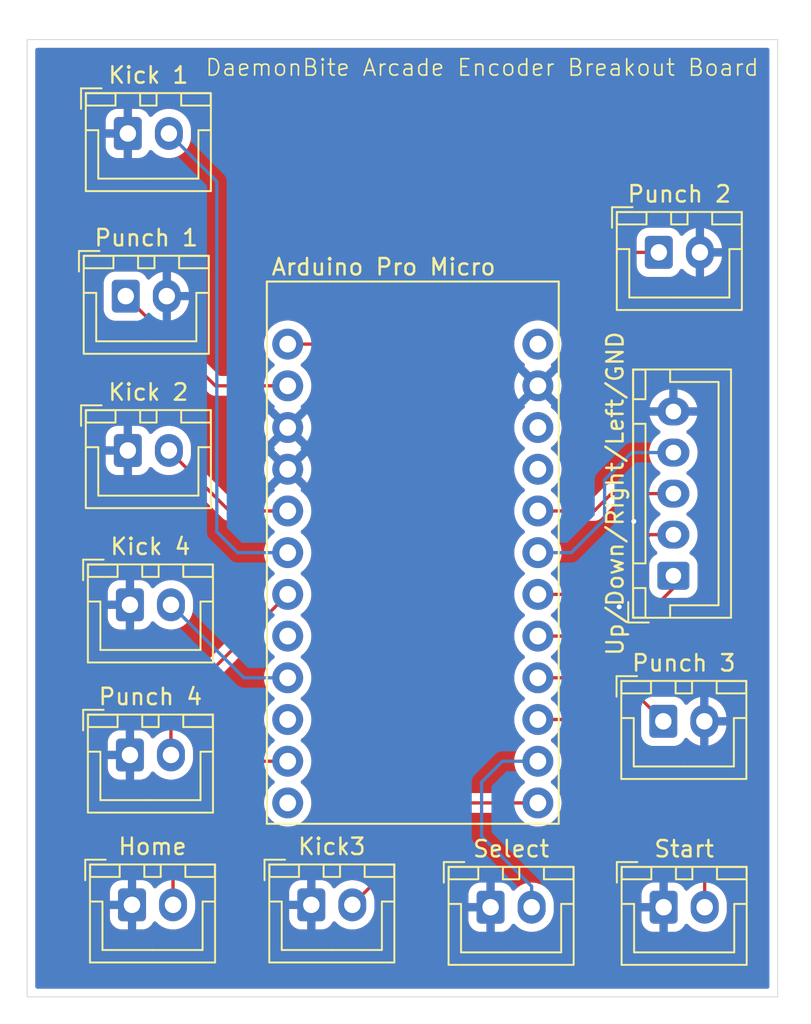
<source format=kicad_pcb>
(kicad_pcb
	(version 20240108)
	(generator "pcbnew")
	(generator_version "8.0")
	(general
		(thickness 1.6)
		(legacy_teardrops no)
	)
	(paper "A4")
	(layers
		(0 "F.Cu" signal)
		(31 "B.Cu" signal)
		(32 "B.Adhes" user "B.Adhesive")
		(33 "F.Adhes" user "F.Adhesive")
		(34 "B.Paste" user)
		(35 "F.Paste" user)
		(36 "B.SilkS" user "B.Silkscreen")
		(37 "F.SilkS" user "F.Silkscreen")
		(38 "B.Mask" user)
		(39 "F.Mask" user)
		(40 "Dwgs.User" user "User.Drawings")
		(41 "Cmts.User" user "User.Comments")
		(42 "Eco1.User" user "User.Eco1")
		(43 "Eco2.User" user "User.Eco2")
		(44 "Edge.Cuts" user)
		(45 "Margin" user)
		(46 "B.CrtYd" user "B.Courtyard")
		(47 "F.CrtYd" user "F.Courtyard")
		(48 "B.Fab" user)
		(49 "F.Fab" user)
		(50 "User.1" user)
		(51 "User.2" user)
		(52 "User.3" user)
		(53 "User.4" user)
		(54 "User.5" user)
		(55 "User.6" user)
		(56 "User.7" user)
		(57 "User.8" user)
		(58 "User.9" user)
	)
	(setup
		(pad_to_mask_clearance 0)
		(allow_soldermask_bridges_in_footprints no)
		(pcbplotparams
			(layerselection 0x00010fc_ffffffff)
			(plot_on_all_layers_selection 0x0000000_00000000)
			(disableapertmacros no)
			(usegerberextensions no)
			(usegerberattributes yes)
			(usegerberadvancedattributes yes)
			(creategerberjobfile yes)
			(dashed_line_dash_ratio 12.000000)
			(dashed_line_gap_ratio 3.000000)
			(svgprecision 4)
			(plotframeref no)
			(viasonmask no)
			(mode 1)
			(useauxorigin no)
			(hpglpennumber 1)
			(hpglpenspeed 20)
			(hpglpendiameter 15.000000)
			(pdf_front_fp_property_popups yes)
			(pdf_back_fp_property_popups yes)
			(dxfpolygonmode yes)
			(dxfimperialunits yes)
			(dxfusepcbnewfont yes)
			(psnegative no)
			(psa4output no)
			(plotreference yes)
			(plotvalue yes)
			(plotfptext yes)
			(plotinvisibletext no)
			(sketchpadsonfab no)
			(subtractmaskfromsilk no)
			(outputformat 1)
			(mirror no)
			(drillshape 1)
			(scaleselection 1)
			(outputdirectory "")
		)
	)
	(net 0 "")
	(net 1 "/Kick 2")
	(net 2 "GND")
	(net 3 "/Punch 1")
	(net 4 "/Kick 3")
	(net 5 "/Punch 3")
	(net 6 "/Punch 2")
	(net 7 "/Kick 1")
	(net 8 "/Left")
	(net 9 "/Right")
	(net 10 "/Down")
	(net 11 "/Up")
	(net 12 "/Punch 4")
	(net 13 "/Kick 4")
	(net 14 "/Home")
	(net 15 "/Start")
	(net 16 "/Select")
	(net 17 "unconnected-(U1-D7-PadJP7_3)")
	(net 18 "unconnected-(U1-D9-PadJP7_1)")
	(net 19 "unconnected-(U1-~{RESET}-PadJP6_3)")
	(net 20 "unconnected-(U1-D5-PadJP7_5)")
	(net 21 "unconnected-(U1-VCC-PadJP6_4)")
	(net 22 "unconnected-(U1-RAW-PadJP6_1)")
	(footprint "Connector_JST:JST_XH_B2B-XH-A_1x02_P2.50mm_Vertical" (layer "F.Cu") (at 108.625 64.897))
	(footprint "Connector_JST:JST_XH_B2B-XH-A_1x02_P2.50mm_Vertical" (layer "F.Cu") (at 108.752 54.991))
	(footprint "Connector_JST:JST_XH_B5B-XH-A_1x05_P2.50mm_Vertical" (layer "F.Cu") (at 141.986 81.922 90))
	(footprint "Connector_JST:JST_XH_B2B-XH-A_1x02_P2.50mm_Vertical" (layer "F.Cu") (at 109.006 101.964))
	(footprint "Connector_JST:JST_XH_B2B-XH-A_1x02_P2.50mm_Vertical" (layer "F.Cu") (at 130.85 102.108))
	(footprint "Connector_JST:JST_XH_B2B-XH-A_1x02_P2.50mm_Vertical" (layer "F.Cu") (at 108.879 92.837))
	(footprint "Connector_JST:JST_XH_B2B-XH-A_1x02_P2.50mm_Vertical" (layer "F.Cu") (at 108.752 74.295))
	(footprint "Connector_JST:JST_XH_B2B-XH-A_1x02_P2.50mm_Vertical" (layer "F.Cu") (at 108.879 83.693))
	(footprint "Module:Arduino Pro Micro" (layer "F.Cu") (at 126.111 80.518))
	(footprint "Connector_JST:JST_XH_B2B-XH-A_1x02_P2.50mm_Vertical" (layer "F.Cu") (at 119.928 101.964))
	(footprint "Connector_JST:JST_XH_B2B-XH-A_1x02_P2.50mm_Vertical" (layer "F.Cu") (at 141.097 62.23))
	(footprint "Connector_JST:JST_XH_B2B-XH-A_1x02_P2.50mm_Vertical" (layer "F.Cu") (at 141.391 102.108))
	(footprint "Connector_JST:JST_XH_B2B-XH-A_1x02_P2.50mm_Vertical" (layer "F.Cu") (at 141.371 90.788))
	(gr_line
		(start 148.336 49.276)
		(end 102.616 49.276)
		(stroke
			(width 0.05)
			(type default)
		)
		(layer "Edge.Cuts")
		(uuid "453e76c6-cd23-4537-9227-004690bc9a5c")
	)
	(gr_line
		(start 102.616 49.276)
		(end 102.616 107.569)
		(stroke
			(width 0.05)
			(type default)
		)
		(layer "Edge.Cuts")
		(uuid "51bbe048-b9bd-415c-ba23-93e9c8475a6e")
	)
	(gr_line
		(start 148.336 107.569)
		(end 148.336 49.276)
		(stroke
			(width 0.05)
			(type default)
		)
		(layer "Edge.Cuts")
		(uuid "b25dcbf4-87ea-4f5e-8083-cc1ec7fc4ae6")
	)
	(gr_line
		(start 102.616 107.569)
		(end 148.336 107.569)
		(stroke
			(width 0.05)
			(type default)
		)
		(layer "Edge.Cuts")
		(uuid "d9d59e12-5710-4e76-9259-fee3d444f14d")
	)
	(gr_text "DaemonBite Arcade Encoder Breakout Board "
		(at 113.411 51.562 0)
		(layer "F.SilkS")
		(uuid "690d42d9-5713-4844-b187-02fc0cf6e818")
		(effects
			(font
				(size 1 1)
				(thickness 0.1)
			)
			(justify left bottom)
		)
	)
	(segment
		(start 114.935 77.978)
		(end 111.252 74.295)
		(width 0.2)
		(layer "F.Cu")
		(net 1)
		(uuid "8244791c-55c0-42b0-89be-8c5227a49ff1")
	)
	(segment
		(start 118.491 77.978)
		(end 114.935 77.978)
		(width 0.2)
		(layer "F.Cu")
		(net 1)
		(uuid "e670d3e3-3e29-4a40-a784-9805d23ebcff")
	)
	(via
		(at 138.684 83.82)
		(size 0.6)
		(drill 0.3)
		(layers "F.Cu" "B.Cu")
		(free yes)
		(net 2)
		(uuid "0590cfae-11e3-45de-a263-3929b5e60f8f")
	)
	(via
		(at 139.573 78.613)
		(size 0.6)
		(drill 0.3)
		(layers "F.Cu" "B.Cu")
		(free yes)
		(net 2)
		(uuid "7d9c7ff0-a629-460a-9c2c-54ecf2c055ea")
	)
	(segment
		(start 114.086 70.358)
		(end 118.491 70.358)
		(width 0.2)
		(layer "F.Cu")
		(net 3)
		(uuid "06d6678e-52ae-40ee-b668-07dfe337976c")
	)
	(segment
		(start 108.625 64.897)
		(end 114.086 70.358)
		(width 0.2)
		(layer "F.Cu")
		(net 3)
		(uuid "ad8d223e-c32e-4034-8f44-2aee6ffa52f4")
	)
	(segment
		(start 128.634 95.758)
		(end 133.731 95.758)
		(width 0.2)
		(layer "F.Cu")
		(net 4)
		(uuid "25d77678-59db-45f9-b50b-086c23bbac23")
	)
	(segment
		(start 122.428 101.964)
		(end 128.634 95.758)
		(width 0.2)
		(layer "F.Cu")
		(net 4)
		(uuid "ffaf9977-fd20-4b92-8049-668fd20555be")
	)
	(segment
		(start 141.371 90.788)
		(end 138.721 88.138)
		(width 0.2)
		(layer "F.Cu")
		(net 5)
		(uuid "0b1110fd-f9d3-4f01-971b-a7b1cf4401bf")
	)
	(segment
		(start 138.721 88.138)
		(end 133.731 88.138)
		(width 0.2)
		(layer "F.Cu")
		(net 5)
		(uuid "de669188-48fa-4aa9-a143-eac155a81131")
	)
	(segment
		(start 127.127 62.23)
		(end 141.097 62.23)
		(width 0.2)
		(layer "F.Cu")
		(net 6)
		(uuid "61d228b3-6e79-44ea-9d0d-20f4010163e6")
	)
	(segment
		(start 121.539 67.818)
		(end 127.127 62.23)
		(width 0.2)
		(layer "F.Cu")
		(net 6)
		(uuid "dd9e8c84-3f22-44b6-8c2e-4d6525afa31b")
	)
	(segment
		(start 118.491 67.818)
		(end 121.539 67.818)
		(width 0.2)
		(layer "F.Cu")
		(net 6)
		(uuid "ec42a9f2-0cc6-45fa-aaba-e26100d8310e")
	)
	(segment
		(start 114.173 57.912)
		(end 111.252 54.991)
		(width 0.2)
		(layer "B.Cu")
		(net 7)
		(uuid "4c6ed0b4-fc22-4512-bf9f-a25fdd5ee585")
	)
	(segment
		(start 114.173 79.248)
		(end 114.173 57.912)
		(width 0.2)
		(layer "B.Cu")
		(net 7)
		(uuid "53cde0d9-6da7-45c9-a287-65486f0cff43")
	)
	(segment
		(start 115.443 80.518)
		(end 114.173 79.248)
		(width 0.2)
		(layer "B.Cu")
		(net 7)
		(uuid "d0246410-d995-4d3b-abfb-9381c7437146")
	)
	(segment
		(start 118.491 80.518)
		(end 115.443 80.518)
		(width 0.2)
		(layer "B.Cu")
		(net 7)
		(uuid "d4ec8c97-ef64-492f-8095-f0f5b3666c03")
	)
	(segment
		(start 139.446 74.422)
		(end 137.795 76.073)
		(width 0.2)
		(layer "B.Cu")
		(net 8)
		(uuid "5212d44a-9704-424b-b4d5-dfa18318d056")
	)
	(segment
		(start 141.986 74.422)
		(end 139.446 74.422)
		(width 0.2)
		(layer "B.Cu")
		(net 8)
		(uuid "66018800-8102-46d7-a185-05603092430c")
	)
	(segment
		(start 137.795 78.486)
		(end 135.763 80.518)
		(width 0.2)
		(layer "B.Cu")
		(net 8)
		(uuid "94d78902-88fc-4c78-96c0-fe2ab8643c0f")
	)
	(segment
		(start 137.795 76.073)
		(end 137.795 78.486)
		(width 0.2)
		(layer "B.Cu")
		(net 8)
		(uuid "c66b2fab-764f-4093-bdaf-10d308322d21")
	)
	(segment
		(start 135.763 80.518)
		(end 133.731 80.518)
		(width 0.2)
		(layer "B.Cu")
		(net 8)
		(uuid "e910b920-df6a-408b-b86b-02152d5e2e06")
	)
	(segment
		(start 138.216 76.922)
		(end 137.16 77.978)
		(width 0.2)
		(layer "F.Cu")
		(net 9)
		(uuid "24027757-9041-4f23-b6b9-94a405f02c95")
	)
	(segment
		(start 137.16 77.978)
		(end 133.731 77.978)
		(width 0.2)
		(layer "F.Cu")
		(net 9)
		(uuid "318371ce-1ff8-48b9-93ce-42d1a366f31c")
	)
	(segment
		(start 141.986 76.922)
		(end 138.216 76.922)
		(width 0.2)
		(layer "F.Cu")
		(net 9)
		(uuid "4e50a3f9-275e-428d-b0aa-2336b8b1a891")
	)
	(segment
		(start 136.906 83.058)
		(end 133.731 83.058)
		(width 0.2)
		(layer "F.Cu")
		(net 10)
		(uuid "0b342ffc-4c8a-4fca-a5bd-a007db7838bc")
	)
	(segment
		(start 140.542 79.422)
		(end 136.906 83.058)
		(width 0.2)
		(layer "F.Cu")
		(net 10)
		(uuid "254a1a75-aba0-4511-b646-2df20b4b57c2")
	)
	(segment
		(start 141.986 79.422)
		(end 140.542 79.422)
		(width 0.2)
		(layer "F.Cu")
		(net 10)
		(uuid "98f7b4cc-2d2b-490f-99bf-d73c9baf2fc9")
	)
	(segment
		(start 141.986 81.922)
		(end 141.986 82.677)
		(width 0.2)
		(layer "F.Cu")
		(net 11)
		(uuid "7cc9c5e3-6763-4d8f-8cc0-52b8f1fee6c6")
	)
	(segment
		(start 141.986 82.677)
		(end 139.065 85.598)
		(width 0.2)
		(layer "F.Cu")
		(net 11)
		(uuid "9c7f59ca-8760-41ff-9fa1-241e399ae759")
	)
	(segment
		(start 139.065 85.598)
		(end 133.731 85.598)
		(width 0.2)
		(layer "F.Cu")
		(net 11)
		(uuid "da20b870-d371-4fbd-8412-5cf518f8c133")
	)
	(segment
		(start 111.379 92.837)
		(end 111.379 90.17)
		(width 0.2)
		(layer "F.Cu")
		(net 12)
		(uuid "71a0cf2b-38b0-4b44-b14c-fac892beea25")
	)
	(segment
		(start 111.379 90.17)
		(end 118.491 83.058)
		(width 0.2)
		(layer "F.Cu")
		(net 12)
		(uuid "e7403fd7-9aec-4712-af97-a51f546976cf")
	)
	(segment
		(start 118.491 88.138)
		(end 115.824 88.138)
		(width 0.2)
		(layer "B.Cu")
		(net 13)
		(uuid "2920d3d5-7541-4d0b-96fb-3110acaa90bb")
	)
	(segment
		(start 115.824 88.138)
		(end 111.379 83.693)
		(width 0.2)
		(layer "B.Cu")
		(net 13)
		(uuid "783a8542-3a10-4a39-829c-03f9d30a464d")
	)
	(segment
		(start 111.506 98.552)
		(end 111.506 101.964)
		(width 0.2)
		(layer "F.Cu")
		(net 14)
		(uuid "48af009d-cc52-4090-98ee-fa7584424e43")
	)
	(segment
		(start 118.491 93.218)
		(end 116.84 93.218)
		(width 0.2)
		(layer "F.Cu")
		(net 14)
		(uuid "82cdae0e-a114-4d6e-ab93-c9ab7559849f")
	)
	(segment
		(start 116.84 93.218)
		(end 111.506 98.552)
		(width 0.2)
		(layer "F.Cu")
		(net 14)
		(uuid "fdcc3e3a-87a4-4ad3-99c6-66dab424ee5d")
	)
	(segment
		(start 135.89 90.678)
		(end 133.731 90.678)
		(width 0.2)
		(layer "F.Cu")
		(net 15)
		(uuid "0c5b746c-e644-4776-a6d8-10dc19c229f4")
	)
	(segment
		(start 143.891 99.949)
		(end 141.986 98.044)
		(width 0.2)
		(layer "F.Cu")
		(net 15)
		(uuid "0cf979d8-5076-447f-818a-610f4626e27b")
	)
	(segment
		(start 138.049 96.266)
		(end 138.049 92.837)
		(width 0.2)
		(layer "F.Cu")
		(net 15)
		(uuid "6832f579-574a-45d0-a829-4dce9f98ba6b")
	)
	(segment
		(start 138.049 92.837)
		(end 135.89 90.678)
		(width 0.2)
		(layer "F.Cu")
		(net 15)
		(uuid "8308c47d-3642-46de-96f6-a89bb338d16c")
	)
	(segment
		(start 143.891 102.108)
		(end 143.891 99.949)
		(width 0.2)
		(layer "F.Cu")
		(net 15)
		(uuid "b06b5e01-a01f-4a1d-abb9-0788460814dc")
	)
	(segment
		(start 141.986 98.044)
		(end 139.827 98.044)
		(width 0.2)
		(layer "F.Cu")
		(net 15)
		(uuid "b57f4db2-28e7-4fc5-92ba-09d02bde05cd")
	)
	(segment
		(start 139.827 98.044)
		(end 138.049 96.266)
		(width 0.2)
		(layer "F.Cu")
		(net 15)
		(uuid "d1ef317b-f6e4-4594-89e9-0ec0fc03bcd6")
	)
	(segment
		(start 130.302 97.79)
		(end 130.302 94.488)
		(width 0.2)
		(layer "B.Cu")
		(net 16)
		(uuid "3864b1ea-c15e-48e5-8f5e-67685a7bedae")
	)
	(segment
		(start 133.35 100.838)
		(end 130.302 97.79)
		(width 0.2)
		(layer "B.Cu")
		(net 16)
		(uuid "402eb844-0806-4b16-ae5d-115067776488")
	)
	(segment
		(start 133.35 102.108)
		(end 133.35 100.838)
		(width 0.2)
		(layer "B.Cu")
		(net 16)
		(uuid "52e792a1-1ebf-4ed6-b334-94d2680d8378")
	)
	(segment
		(start 131.572 93.218)
		(end 133.731 93.218)
		(width 0.2)
		(layer "B.Cu")
		(net 16)
		(uuid "619593ff-848f-47c7-9ed5-b0b275ccbe64")
	)
	(segment
		(start 130.302 94.488)
		(end 131.572 93.218)
		(width 0.2)
		(layer "B.Cu")
		(net 16)
		(uuid "d57f68d7-a526-48ba-9220-f2b2f17fb7d7")
	)
	(zone
		(net 2)
		(net_name "GND")
		(layers "F&B.Cu")
		(uuid "2b047e80-1525-4117-8cdb-bd5dff0d9875")
		(hatch edge 0.5)
		(connect_pads
			(clearance 0.5)
		)
		(min_thickness 0.25)
		(filled_areas_thickness no)
		(fill yes
			(thermal_gap 0.5)
			(thermal_bridge_width 0.5)
		)
		(polygon
			(pts
				(xy 150.368 46.863) (xy 100.965 46.863) (xy 100.965 109.093) (xy 150.368 109.22)
			)
		)
		(filled_polygon
			(layer "F.Cu")
			(pts
				(xy 140.724821 80.190927) (xy 140.780754 80.232799) (xy 140.781806 80.234225) (xy 140.830892 80.301788)
				(xy 140.969705 80.440601) (xy 141.00319 80.501924) (xy 140.998206 80.571616) (xy 140.956334 80.627549)
				(xy 140.947121 80.633821) (xy 140.792342 80.729289) (xy 140.668289 80.853342) (xy 140.576187 81.002663)
				(xy 140.576186 81.002666) (xy 140.521001 81.169203) (xy 140.521001 81.169204) (xy 140.521 81.169204)
				(xy 140.5105 81.271983) (xy 140.5105 82.572001) (xy 140.510501 82.572018) (xy 140.521 82.674796)
				(xy 140.521001 82.674799) (xy 140.576185 82.841331) (xy 140.576187 82.841336) (xy 140.67208 82.996803)
				(xy 140.670996 82.997471) (xy 140.694346 83.055347) (xy 140.681305 83.123989) (xy 140.65862 83.155143)
				(xy 138.852584 84.961181) (xy 138.791261 84.994666) (xy 138.764903 84.9975) (xy 135.121378 84.9975)
				(xy 135.054339 84.977815) (xy 135.008584 84.925011) (xy 135.007821 84.923308) (xy 135.002048 84.910146)
				(xy 135.002047 84.910144) (xy 134.871494 84.710318) (xy 134.709832 84.534705) (xy 134.569978 84.425853)
				(xy 134.529166 84.369143) (xy 134.525491 84.29937) (xy 134.560122 84.238687) (xy 134.569979 84.230146)
				(xy 134.709832 84.121295) (xy 134.871494 83.945682) (xy 135.002047 83.745856) (xy 135.007821 83.732691)
				(xy 135.052776 83.679205) (xy 135.119512 83.658514) (xy 135.121378 83.6585) (xy 136.819331 83.6585)
				(xy 136.819347 83.658501) (xy 136.826943 83.658501) (xy 136.985054 83.658501) (xy 136.985057 83.658501)
				(xy 137.137785 83.617577) (xy 137.187904 83.588639) (xy 137.274716 83.53852) (xy 137.38652 83.426716)
				(xy 137.38652 83.426714) (xy 137.396728 83.416507) (xy 137.396729 83.416504) (xy 140.593808 80.219426)
				(xy 140.655129 80.185943)
			)
		)
		(filled_polygon
			(layer "F.Cu")
			(pts
				(xy 140.64232 77.542185) (xy 140.685765 77.590205) (xy 140.705947 77.629814) (xy 140.705948 77.629815)
				(xy 140.83089 77.801786) (xy 140.981209 77.952105) (xy 140.981214 77.952109) (xy 141.145793 78.071682)
				(xy 141.188459 78.127011) (xy 141.194438 78.196625) (xy 141.161833 78.25842) (xy 141.145793 78.272318)
				(xy 140.981214 78.39189) (xy 140.981209 78.391894) (xy 140.83089 78.542213) (xy 140.705951 78.714179)
				(xy 140.685767 78.753794) (xy 140.637793 78.80459) (xy 140.575282 78.821499) (xy 140.462943 78.821499)
				(xy 140.386579 78.841961) (xy 140.310214 78.862423) (xy 140.310209 78.862426) (xy 140.17329 78.941475)
				(xy 140.173282 78.941481) (xy 136.693584 82.421181) (xy 136.632261 82.454666) (xy 136.605903 82.4575)
				(xy 135.121378 82.4575) (xy 135.054339 82.437815) (xy 135.008584 82.385011) (xy 135.007821 82.383308)
				(xy 135.002048 82.370146) (xy 134.989333 82.350684) (xy 134.871494 82.170318) (xy 134.709832 81.994705)
				(xy 134.569978 81.885853) (xy 134.529166 81.829143) (xy 134.525491 81.75937) (xy 134.560122 81.698687)
				(xy 134.569979 81.690146) (xy 134.709832 81.581295) (xy 134.871494 81.405682) (xy 135.002047 81.205856)
				(xy 135.097929 80.987267) (xy 135.156525 80.755878) (xy 135.158728 80.729289) (xy 135.176236 80.518005)
				(xy 135.176236 80.517994) (xy 135.156526 80.28013) (xy 135.156524 80.280118) (xy 135.097929 80.048732)
				(xy 135.002048 79.830147) (xy 135.002047 79.830144) (xy 134.871494 79.630318) (xy 134.709832 79.454705)
				(xy 134.569978 79.345853) (xy 134.529166 79.289143) (xy 134.525491 79.21937) (xy 134.560122 79.158687)
				(xy 134.569979 79.150146) (xy 134.709832 79.041295) (xy 134.871494 78.865682) (xy 135.002047 78.665856)
				(xy 135.007821 78.652691) (xy 135.052776 78.599205) (xy 135.119512 78.578514) (xy 135.121378 78.5785)
				(xy 137.073331 78.5785) (xy 137.073347 78.578501) (xy 137.080943 78.578501) (xy 137.239054 78.578501)
				(xy 137.239057 78.578501) (xy 137.391785 78.537577) (xy 137.441904 78.508639) (xy 137.528716 78.45852)
				(xy 137.64052 78.346716) (xy 137.64052 78.346714) (xy 137.650728 78.336507) (xy 137.650729 78.336504)
				(xy 138.428417 77.558819) (xy 138.48974 77.525334) (xy 138.516098 77.5225) (xy 140.575281 77.5225)
			)
		)
		(filled_polygon
			(layer "F.Cu")
			(pts
				(xy 147.778539 49.796185) (xy 147.824294 49.848989) (xy 147.8355 49.9005) (xy 147.8355 106.9445)
				(xy 147.815815 107.011539) (xy 147.763011 107.057294) (xy 147.7115 107.0685) (xy 103.2405 107.0685)
				(xy 103.173461 107.048815) (xy 103.127706 106.996011) (xy 103.1165 106.9445) (xy 103.1165 83.443)
				(xy 107.529 83.443) (xy 108.445988 83.443) (xy 108.413075 83.500007) (xy 108.379 83.627174) (xy 108.379 83.758826)
				(xy 108.413075 83.885993) (xy 108.445988 83.943) (xy 107.529001 83.943) (xy 107.529001 84.492986)
				(xy 107.539494 84.595697) (xy 107.594641 84.762119) (xy 107.594643 84.762124) (xy 107.686684 84.911345)
				(xy 107.810654 85.035315) (xy 107.959875 85.127356) (xy 107.95988 85.127358) (xy 108.126302 85.182505)
				(xy 108.126309 85.182506) (xy 108.229019 85.192999) (xy 108.628999 85.192999) (xy 108.629 85.192998)
				(xy 108.629 84.126012) (xy 108.686007 84.158925) (xy 108.813174 84.193) (xy 108.944826 84.193) (xy 109.071993 84.158925)
				(xy 109.129 84.126012) (xy 109.129 85.192999) (xy 109.528972 85.192999) (xy 109.528986 85.192998)
				(xy 109.631697 85.182505) (xy 109.798119 85.127358) (xy 109.798124 85.127356) (xy 109.947345 85.035315)
				(xy 110.071317 84.911343) (xy 110.166815 84.756516) (xy 110.218763 84.709791) (xy 110.287725 84.698568)
				(xy 110.351808 84.726412) (xy 110.360035 84.733931) (xy 110.499213 84.873109) (xy 110.671179 84.998048)
				(xy 110.671181 84.998049) (xy 110.671184 84.998051) (xy 110.860588 85.094557) (xy 111.062757 85.160246)
				(xy 111.272713 85.1935) (xy 111.272714 85.1935) (xy 111.485286 85.1935) (xy 111.485287 85.1935)
				(xy 111.695243 85.160246) (xy 111.897412 85.094557) (xy 112.086816 84.998051) (xy 112.189692 84.923308)
				(xy 112.258786 84.873109) (xy 112.258788 84.873106) (xy 112.258792 84.873104) (xy 112.409104 84.722792)
				(xy 112.409106 84.722788) (xy 112.409109 84.722786) (xy 112.534048 84.55082) (xy 112.534047 84.55082)
				(xy 112.534051 84.550816) (xy 112.630557 84.361412) (xy 112.696246 84.159243) (xy 112.7295 83.949287)
				(xy 112.7295 83.436713) (xy 112.696246 83.226757) (xy 112.630557 83.024588) (xy 112.534051 82.835184)
				(xy 112.534049 82.835181) (xy 112.534048 82.835179) (xy 112.409109 82.663213) (xy 112.258786 82.51289)
				(xy 112.08682 82.387951) (xy 111.897414 82.291444) (xy 111.897413 82.291443) (xy 111.897412 82.291443)
				(xy 111.695243 82.225754) (xy 111.695241 82.225753) (xy 111.69524 82.225753) (xy 111.533957 82.200208)
				(xy 111.485287 82.1925) (xy 111.272713 82.1925) (xy 111.224042 82.200208) (xy 111.06276 82.225753)
				(xy 110.860585 82.291444) (xy 110.671179 82.387951) (xy 110.499215 82.512889) (xy 110.360035 82.652069)
				(xy 110.298712 82.685553) (xy 110.22902 82.680569) (xy 110.173087 82.638697) (xy 110.166815 82.629484)
				(xy 110.071315 82.474654) (xy 109.947345 82.350684) (xy 109.798124 82.258643) (xy 109.798119 82.258641)
				(xy 109.631697 82.203494) (xy 109.63169 82.203493) (xy 109.528986 82.193) (xy 109.129 82.193) (xy 109.129 83.259988)
				(xy 109.071993 83.227075) (xy 108.944826 83.193) (xy 108.813174 83.193) (xy 108.686007 83.227075)
				(xy 108.629 83.259988) (xy 108.629 82.193) (xy 108.229028 82.193) (xy 108.229012 82.193001) (xy 108.126302 82.203494)
				(xy 107.95988 82.258641) (xy 107.959875 82.258643) (xy 107.810654 82.350684) (xy 107.686684 82.474654)
				(xy 107.594643 82.623875) (xy 107.594641 82.62388) (xy 107.539494 82.790302) (xy 107.539493 82.790309)
				(xy 107.529 82.893013) (xy 107.529 83.443) (xy 103.1165 83.443) (xy 103.1165 65.697001) (xy 107.2745 65.697001)
				(xy 107.274501 65.697018) (xy 107.285 65.799796) (xy 107.285001 65.799799) (xy 107.326973 65.926459)
				(xy 107.340186 65.966334) (xy 107.432288 66.115656) (xy 107.556344 66.239712) (xy 107.705666 66.331814)
				(xy 107.872203 66.386999) (xy 107.974991 66.3975) (xy 109.224902 66.397499) (xy 109.291941 66.417184)
				(xy 109.312583 66.433818) (xy 113.601139 70.722374) (xy 113.601149 70.722385) (xy 113.605479 70.726715)
				(xy 113.60548 70.726716) (xy 113.717284 70.83852) (xy 113.764882 70.866) (xy 113.804095 70.888639)
				(xy 113.804097 70.888641) (xy 113.854213 70.917576) (xy 113.854215 70.917577) (xy 114.006942 70.9585)
				(xy 114.006943 70.9585) (xy 117.100622 70.9585) (xy 117.167661 70.978185) (xy 117.213416 71.030989)
				(xy 117.214179 71.032692) (xy 117.219951 71.045853) (xy 117.219953 71.045856) (xy 117.350506 71.245682)
				(xy 117.512168 71.421295) (xy 117.652426 71.530462) (xy 117.693239 71.587172) (xy 117.696914 71.656945)
				(xy 117.664006 71.714608) (xy 117.663839 71.717286) (xy 118.355058 72.408504) (xy 118.294919 72.424619)
				(xy 118.17908 72.491498) (xy 118.084498 72.58608) (xy 118.017619 72.701919) (xy 118.001504 72.762058)
				(xy 117.311056 72.07161) (xy 117.220392 72.210383) (xy 117.22039 72.210387) (xy 117.124545 72.428895)
				(xy 117.065969 72.660203) (xy 117.065967 72.660211) (xy 117.046265 72.897993) (xy 117.046265 72.898006)
				(xy 117.065967 73.135788) (xy 117.065969 73.135796) (xy 117.124545 73.367104) (xy 117.220392 73.585617)
				(xy 117.311055 73.724388) (xy 118.001504 73.03394) (xy 118.017619 73.094081) (xy 118.084498 73.20992)
				(xy 118.17908 73.304502) (xy 118.294919 73.371381) (xy 118.355057 73.387495) (xy 117.66384 74.078712)
				(xy 117.664297 74.086077) (xy 117.693645 74.126856) (xy 117.69732 74.196629) (xy 117.663978 74.25505)
				(xy 117.663839 74.257286) (xy 118.355058 74.948504) (xy 118.294919 74.964619) (xy 118.17908 75.031498)
				(xy 118.084498 75.12608) (xy 118.017619 75.241919) (xy 118.001504 75.302058) (xy 117.311056 74.61161)
				(xy 117.220392 74.750383) (xy 117.22039 74.750387) (xy 117.124545 74.968895) (xy 117.065969 75.200203)
				(xy 117.065967 75.200211) (xy 117.046265 75.437993) (xy 117.046265 75.438006) (xy 117.065967 75.675788)
				(xy 117.065969 75.675796) (xy 117.124545 75.907104) (xy 117.220392 76.125617) (xy 117.311055 76.264388)
				(xy 118.001504 75.57394) (xy 118.017619 75.634081) (xy 118.084498 75.74992) (xy 118.17908 75.844502)
				(xy 118.294919 75.911381) (xy 118.355057 75.927495) (xy 117.66384 76.618712) (xy 117.664314 76.626349)
				(xy 117.693239 76.66654) (xy 117.696914 76.736313) (xy 117.662282 76.796996) (xy 117.652427 76.805536)
				(xy 117.51217 76.914703) (xy 117.350506 77.090317) (xy 117.219951 77.290146) (xy 117.214179 77.303308)
				(xy 117.169224 77.356795) (xy 117.102488 77.377486) (xy 117.100622 77.3775) (xy 115.235098 77.3775)
				(xy 115.168059 77.357815) (xy 115.147417 77.341181) (xy 112.61368 74.807445) (xy 112.580195 74.746122)
				(xy 112.578888 74.700366) (xy 112.6025 74.551286) (xy 112.6025 74.038713) (xy 112.581098 73.903588)
				(xy 112.569246 73.828757) (xy 112.503557 73.626588) (xy 112.407051 73.437184) (xy 112.407049 73.437181)
				(xy 112.407048 73.437179) (xy 112.282109 73.265213) (xy 112.131786 73.11489) (xy 111.95982 72.989951)
				(xy 111.770414 72.893444) (xy 111.770413 72.893443) (xy 111.770412 72.893443) (xy 111.568243 72.827754)
				(xy 111.568241 72.827753) (xy 111.56824 72.827753) (xy 111.402224 72.801459) (xy 111.358287 72.7945)
				(xy 111.145713 72.7945) (xy 111.101776 72.801459) (xy 110.93576 72.827753) (xy 110.733585 72.893444)
				(xy 110.544179 72.989951) (xy 110.372215 73.114889) (xy 110.233035 73.254069) (xy 110.171712 73.287553)
				(xy 110.10202 73.282569) (xy 110.046087 73.240697) (xy 110.039815 73.231484) (xy 109.944315 73.076654)
				(xy 109.820345 72.952684) (xy 109.671124 72.860643) (xy 109.671119 72.860641) (xy 109.504697 72.805494)
				(xy 109.50469 72.805493) (xy 109.401986 72.795) (xy 109.002 72.795) (xy 109.002 73.861988) (xy 108.944993 73.829075)
				(xy 108.817826 73.795) (xy 108.686174 73.795) (xy 108.559007 73.829075) (xy 108.502 73.861988) (xy 108.502 72.795)
				(xy 108.102028 72.795) (xy 108.102012 72.795001) (xy 107.999302 72.805494) (xy 107.83288 72.860641)
				(xy 107.832875 72.860643) (xy 107.683654 72.952684) (xy 107.559684 73.076654) (xy 107.467643 73.225875)
				(xy 107.467641 73.22588) (xy 107.412494 73.392302) (xy 107.412493 73.392309) (xy 107.402 73.495013)
				(xy 107.402 74.045) (xy 108.318988 74.045) (xy 108.286075 74.102007) (xy 108.252 74.229174) (xy 108.252 74.360826)
				(xy 108.286075 74.487993) (xy 108.318988 74.545) (xy 107.402001 74.545) (xy 107.402001 75.094986)
				(xy 107.412494 75.197697) (xy 107.467641 75.364119) (xy 107.467643 75.364124) (xy 107.559684 75.513345)
				(xy 107.683654 75.637315) (xy 107.832875 75.729356) (xy 107.83288 75.729358) (xy 107.999302 75.784505)
				(xy 107.999309 75.784506) (xy 108.102019 75.794999) (xy 108.501999 75.794999) (xy 108.502 75.794998)
				(xy 108.502 74.728012) (xy 108.559007 74.760925) (xy 108.686174 74.795) (xy 108.817826 74.795) (xy 108.944993 74.760925)
				(xy 109.002 74.728012) (xy 109.002 75.794999) (xy 109.401972 75.794999) (xy 109.401986 75.794998)
				(xy 109.504697 75.784505) (xy 109.671119 75.729358) (xy 109.671124 75.729356) (xy 109.820345 75.637315)
				(xy 109.944317 75.513343) (xy 110.039815 75.358516) (xy 110.091763 75.311791) (xy 110.160725 75.300568)
				(xy 110.224808 75.328412) (xy 110.233035 75.335931) (xy 110.372213 75.475109) (xy 110.544179 75.600048)
				(xy 110.544181 75.600049) (xy 110.544184 75.600051) (xy 110.733588 75.696557) (xy 110.935757 75.762246)
				(xy 111.145713 75.7955) (xy 111.145714 75.7955) (xy 111.358286 75.7955) (xy 111.358287 75.7955)
				(xy 111.568243 75.762246) (xy 111.723739 75.711721) (xy 111.793578 75.709727) (xy 111.849736 75.741972)
				(xy 114.566284 78.45852) (xy 114.566286 78.458521) (xy 114.56629 78.458524) (xy 114.703209 78.537573)
				(xy 114.703216 78.537577) (xy 114.855943 78.578501) (xy 114.855945 78.578501) (xy 115.021654 78.578501)
				(xy 115.02167 78.5785) (xy 117.100622 78.5785) (xy 117.167661 78.598185) (xy 117.213416 78.650989)
				(xy 117.214179 78.652692) (xy 117.219951 78.665853) (xy 117.219953 78.665856) (xy 117.350506 78.865682)
				(xy 117.512168 79.041295) (xy 117.512171 79.041297) (xy 117.512174 79.0413) (xy 117.65202 79.150147)
				(xy 117.692833 79.206857) (xy 117.696508 79.27663) (xy 117.661876 79.337313) (xy 117.65202 79.345853)
				(xy 117.512174 79.454699) (xy 117.512171 79.454702) (xy 117.350506 79.630317) (xy 117.219951 79.830147)
				(xy 117.12407 80.048732) (xy 117.065475 80.280118) (xy 117.065473 80.28013) (xy 117.045764 80.517994)
				(xy 117.045764 80.518005) (xy 117.065473 80.755869) (xy 117.065475 80.755881) (xy 117.12407 80.987267)
				(xy 117.203876 81.169204) (xy 117.219953 81.205856) (xy 117.350506 81.405682) (xy 117.512168 81.581295)
				(xy 117.512171 81.581297) (xy 117.512174 81.5813) (xy 117.65202 81.690147) (xy 117.692833 81.746857)
				(xy 117.696508 81.81663) (xy 117.661876 81.877313) (xy 117.65202 81.885853) (xy 117.512174 81.994699)
				(xy 117.512171 81.994702) (xy 117.350506 82.170317) (xy 117.219951 82.370147) (xy 117.12407 82.588732)
				(xy 117.065475 82.820118) (xy 117.065473 82.82013) (xy 117.045764 83.057994) (xy 117.045764 83.058005)
				(xy 117.065473 83.295869) (xy 117.065475 83.295881) (xy 117.11656 83.497607) (xy 117.113935 83.567427)
				(xy 117.084035 83.615728) (xy 111.010286 89.689478) (xy 110.898481 89.801282) (xy 110.898477 89.801287)
				(xy 110.85003 89.8852) (xy 110.850031 89.885201) (xy 110.819422 89.938216) (xy 110.801981 90.003308)
				(xy 110.778499 90.090943) (xy 110.778499 90.090945) (xy 110.778499 90.259046) (xy 110.7785 90.259059)
				(xy 110.7785 91.401281) (xy 110.758815 91.46832) (xy 110.710795 91.511765) (xy 110.671185 91.531947)
				(xy 110.671184 91.531948) (xy 110.499215 91.656889) (xy 110.360035 91.796069) (xy 110.298712 91.829553)
				(xy 110.22902 91.824569) (xy 110.173087 91.782697) (xy 110.166815 91.773484) (xy 110.071315 91.618654)
				(xy 109.947345 91.494684) (xy 109.798124 91.402643) (xy 109.798119 91.402641) (xy 109.631697 91.347494)
				(xy 109.63169 91.347493) (xy 109.528986 91.337) (xy 109.129 91.337) (xy 109.129 92.403988) (xy 109.071993 92.371075)
				(xy 108.944826 92.337) (xy 108.813174 92.337) (xy 108.686007 92.371075) (xy 108.629 92.403988) (xy 108.629 91.337)
				(xy 108.229028 91.337) (xy 108.229012 91.337001) (xy 108.126302 91.347494) (xy 107.95988 91.402641)
				(xy 107.959875 91.402643) (xy 107.810654 91.494684) (xy 107.686684 91.618654) (xy 107.594643 91.767875)
				(xy 107.594641 91.76788) (xy 107.539494 91.934302) (xy 107.539493 91.934309) (xy 107.529 92.037013)
				(xy 107.529 92.587) (xy 108.445988 92.587) (xy 108.413075 92.644007) (xy 108.379 92.771174) (xy 108.379 92.902826)
				(xy 108.413075 93.029993) (xy 108.445988 93.087) (xy 107.529001 93.087) (xy 107.529001 93.636986)
				(xy 107.539494 93.739697) (xy 107.594641 93.906119) (xy 107.594643 93.906124) (xy 107.686684 94.055345)
				(xy 107.810654 94.179315) (xy 107.959875 94.271356) (xy 107.95988 94.271358) (xy 108.126302 94.326505)
				(xy 108.126309 94.326506) (xy 108.229019 94.336999) (xy 108.628999 94.336999) (xy 108.629 94.336998)
				(xy 108.629 93.270012) (xy 108.686007 93.302925) (xy 108.813174 93.337) (xy 108.944826 93.337) (xy 109.071993 93.302925)
				(xy 109.129 93.270012) (xy 109.129 94.336999) (xy 109.528972 94.336999) (xy 109.528986 94.336998)
				(xy 109.631697 94.326505) (xy 109.798119 94.271358) (xy 109.798124 94.271356) (xy 109.947345 94.179315)
				(xy 110.071317 94.055343) (xy 110.166815 93.900516) (xy 110.218763 93.853791) (xy 110.287725 93.842568)
				(xy 110.351808 93.870412) (xy 110.360035 93.877931) (xy 110.499213 94.017109) (xy 110.671179 94.142048)
				(xy 110.671181 94.142049) (xy 110.671184 94.142051) (xy 110.860588 94.238557) (xy 111.062757 94.304246)
				(xy 111.272713 94.3375) (xy 111.272714 94.3375) (xy 111.485286 94.3375) (xy 111.485287 94.3375)
				(xy 111.695243 94.304246) (xy 111.897412 94.238557) (xy 112.086816 94.142051) (xy 112.136874 94.105682)
				(xy 112.258786 94.017109) (xy 112.258788 94.017106) (xy 112.258792 94.017104) (xy 112.409104 93.866792)
				(xy 112.409106 93.866788) (xy 112.409109 93.866786) (xy 112.534048 93.69482) (xy 112.534047 93.69482)
				(xy 112.534051 93.694816) (xy 112.630557 93.505412) (xy 112.696246 93.303243) (xy 112.7295 93.093287)
				(xy 112.7295 92.580713) (xy 112.696246 92.370757) (xy 112.630557 92.168588) (xy 112.534051 91.979184)
				(xy 112.534049 91.979181) (xy 112.534048 91.979179) (xy 112.409109 91.807213) (xy 112.258786 91.65689)
				(xy 112.086815 91.531948) (xy 112.086814 91.531947) (xy 112.047205 91.511765) (xy 111.996409 91.463791)
				(xy 111.9795 91.401281) (xy 111.9795 90.470096) (xy 111.999185 90.403057) (xy 112.015814 90.38242)
				(xy 116.837811 85.560422) (xy 116.899132 85.526939) (xy 116.968824 85.531923) (xy 117.024757 85.573795)
				(xy 117.049066 85.637865) (xy 117.065473 85.835869) (xy 117.065475 85.835881) (xy 117.12407 86.067267)
				(xy 117.219951 86.285852) (xy 117.219953 86.285856) (xy 117.350506 86.485682) (xy 117.512168 86.661295)
				(xy 117.512171 86.661297) (xy 117.512174 86.6613) (xy 117.65202 86.770147) (xy 117.692833 86.826857)
				(xy 117.696508 86.89663) (xy 117.661876 86.957313) (xy 117.65202 86.965853) (xy 117.512174 87.074699)
				(xy 117.512171 87.074702) (xy 117.350506 87.250317) (xy 117.219951 87.450147) (xy 117.12407 87.668732)
				(xy 117.065475 87.900118) (xy 117.065473 87.90013) (xy 117.045764 88.137994) (xy 117.045764 88.138005)
				(xy 117.065473 88.375869) (xy 117.065475 88.375881) (xy 117.12407 88.607267) (xy 117.219951 88.825852)
				(xy 117.219953 88.825856) (xy 117.350506 89.025682) (xy 117.512168 89.201295) (xy 117.512171 89.201297)
				(xy 117.512174 89.2013) (xy 117.65202 89.310147) (xy 117.692833 89.366857) (xy 117.696508 89.43663)
				(xy 117.661876 89.497313) (xy 117.65202 89.505853) (xy 117.512174 89.614699) (xy 117.512171 89.614702)
				(xy 117.350506 89.790317) (xy 117.219951 89.990147) (xy 117.12407 90.208732) (xy 117.065475 90.440118)
				(xy 117.065473 90.44013) (xy 117.045764 90.677994) (xy 117.045764 90.678005) (xy 117.065473 90.915869)
				(xy 117.065475 90.915881) (xy 117.12407 91.147267) (xy 117.219951 91.365852) (xy 117.219953 91.365856)
				(xy 117.350506 91.565682) (xy 117.512168 91.741295) (xy 117.512171 91.741297) (xy 117.512174 91.7413)
				(xy 117.65202 91.850147) (xy 117.692833 91.906857) (xy 117.696508 91.97663) (xy 117.661876 92.037313)
				(xy 117.65202 92.045853) (xy 117.512174 92.154699) (xy 117.512171 92.154702) (xy 117.350506 92.330317)
				(xy 117.219951 92.530146) (xy 117.214179 92.543308) (xy 117.169224 92.596795) (xy 117.102488 92.617486)
				(xy 117.100622 92.6175) (xy 116.760943 92.6175) (xy 116.60821 92.658424) (xy 116.558096 92.687359)
				(xy 116.558095 92.68736) (xy 116.514689 92.71242) (xy 116.471285 92.737479) (xy 116.471282 92.737481)
				(xy 111.025481 98.183282) (xy 111.025479 98.183285) (xy 110.975361 98.270094) (xy 110.975359 98.270096)
				(xy 110.946425 98.320209) (xy 110.946424 98.32021) (xy 110.946423 98.320215) (xy 110.905499 98.472943)
				(xy 110.905499 98.472945) (xy 110.905499 98.641046) (xy 110.9055 98.641059) (xy 110.9055 100.528281)
				(xy 110.885815 100.59532) (xy 110.837795 100.638765) (xy 110.798185 100.658947) (xy 110.798184 100.658948)
				(xy 110.626215 100.783889) (xy 110.487035 100.923069) (xy 110.425712 100.956553) (xy 110.35602 100.951569)
				(xy 110.300087 100.909697) (xy 110.293815 100.900484) (xy 110.198315 100.745654) (xy 110.074345 100.621684)
				(xy 109.925124 100.529643) (xy 109.925119 100.529641) (xy 109.758697 100.474494) (xy 109.75869 100.474493)
				(xy 109.655986 100.464) (xy 109.256 100.464) (xy 109.256 101.530988) (xy 109.198993 101.498075)
				(xy 109.071826 101.464) (xy 108.940174 101.464) (xy 108.813007 101.498075) (xy 108.756 101.530988)
				(xy 108.756 100.464) (xy 108.356028 100.464) (xy 108.356012 100.464001) (xy 108.253302 100.474494)
				(xy 108.08688 100.529641) (xy 108.086875 100.529643) (xy 107.937654 100.621684) (xy 107.813684 100.745654)
				(xy 107.721643 100.894875) (xy 107.721641 100.89488) (xy 107.666494 101.061302) (xy 107.666493 101.061309)
				(xy 107.656 101.164013) (xy 107.656 101.714) (xy 108.572988 101.714) (xy 108.540075 101.771007)
				(xy 108.506 101.898174) (xy 108.506 102.029826) (xy 108.540075 102.156993) (xy 108.572988 102.214)
				(xy 107.656001 102.214) (xy 107.656001 102.763986) (xy 107.666494 102.866697) (xy 107.721641 103.033119)
				(xy 107.721643 103.033124) (xy 107.813684 103.182345) (xy 107.937654 103.306315) (xy 108.086875 103.398356)
				(xy 108.08688 103.398358) (xy 108.253302 103.453505) (xy 108.253309 103.453506) (xy 108.356019 103.463999)
				(xy 108.755999 103.463999) (xy 108.756 103.463998) (xy 108.756 102.397012) (xy 108.813007 102.429925)
				(xy 108.940174 102.464) (xy 109.071826 102.464) (xy 109.198993 102.429925) (xy 109.256 102.397012)
				(xy 109.256 103.463999) (xy 109.655972 103.463999) (xy 109.655986 103.463998) (xy 109.758697 103.453505)
				(xy 109.925119 103.398358) (xy 109.925124 103.398356) (xy 110.074345 103.306315) (xy 110.198317 103.182343)
				(xy 110.293815 103.027516) (xy 110.345763 102.980791) (xy 110.414725 102.969568) (xy 110.478808 102.997412)
				(xy 110.487035 103.004931) (xy 110.626213 103.144109) (xy 110.798179 103.269048) (xy 110.798181 103.269049)
				(xy 110.798184 103.269051) (xy 110.987588 103.365557) (xy 111.189757 103.431246) (xy 111.399713 103.4645)
				(xy 111.399714 103.4645) (xy 111.612286 103.4645) (xy 111.612287 103.4645) (xy 111.822243 103.431246)
				(xy 112.024412 103.365557) (xy 112.213816 103.269051) (xy 112.235789 103.253086) (xy 112.385786 103.144109)
				(xy 112.385788 103.144106) (xy 112.385792 103.144104) (xy 112.536104 102.993792) (xy 112.536106 102.993788)
				(xy 112.536109 102.993786) (xy 112.661048 102.82182) (xy 112.661047 102.82182) (xy 112.661051 102.821816)
				(xy 112.757557 102.632412) (xy 112.823246 102.430243) (xy 112.8565 102.220287) (xy 112.8565 101.714)
				(xy 118.578 101.714) (xy 119.494988 101.714) (xy 119.462075 101.771007) (xy 119.428 101.898174)
				(xy 119.428 102.029826) (xy 119.462075 102.156993) (xy 119.494988 102.214) (xy 118.578001 102.214)
				(xy 118.578001 102.763986) (xy 118.588494 102.866697) (xy 118.643641 103.033119) (xy 118.643643 103.033124)
				(xy 118.735684 103.182345) (xy 118.859654 103.306315) (xy 119.008875 103.398356) (xy 119.00888 103.398358)
				(xy 119.175302 103.453505) (xy 119.175309 103.453506) (xy 119.278019 103.463999) (xy 119.677999 103.463999)
				(xy 119.678 103.463998) (xy 119.678 102.397012) (xy 119.735007 102.429925) (xy 119.862174 102.464)
				(xy 119.993826 102.464) (xy 120.120993 102.429925) (xy 120.178 102.397012) (xy 120.178 103.463999)
				(xy 120.577972 103.463999) (xy 120.577986 103.463998) (xy 120.680697 103.453505) (xy 120.847119 103.398358)
				(xy 120.847124 103.398356) (xy 120.996345 103.306315) (xy 121.120317 103.182343) (xy 121.215815 103.027516)
				(xy 121.267763 102.980791) (xy 121.336725 102.969568) (xy 121.400808 102.997412) (xy 121.409035 103.004931)
				(xy 121.548213 103.144109) (xy 121.720179 103.269048) (xy 121.720181 103.269049) (xy 121.720184 103.269051)
				(xy 121.909588 103.365557) (xy 122.111757 103.431246) (xy 122.321713 103.4645) (xy 122.321714 103.4645)
				(xy 122.534286 103.4645) (xy 122.534287 103.4645) (xy 122.744243 103.431246) (xy 122.946412 103.365557)
				(xy 123.135816 103.269051) (xy 123.157789 103.253086) (xy 123.307786 103.144109) (xy 123.307788 103.144106)
				(xy 123.307792 103.144104) (xy 123.458104 102.993792) (xy 123.458106 102.993788) (xy 123.458109 102.993786)
				(xy 123.583048 102.82182) (xy 123.583047 102.82182) (xy 123.583051 102.821816) (xy 123.679557 102.632412)
				(xy 123.745246 102.430243) (xy 123.7785 102.220287) (xy 123.7785 101.858) (xy 129.5 101.858) (xy 130.416988 101.858)
				(xy 130.384075 101.915007) (xy 130.35 102.042174) (xy 130.35 102.173826) (xy 130.384075 102.300993)
				(xy 130.416988 102.358) (xy 129.500001 102.358) (xy 129.500001 102.907986) (xy 129.510494 103.010697)
				(xy 129.565641 103.177119) (xy 129.565643 103.177124) (xy 129.657684 103.326345) (xy 129.781654 103.450315)
				(xy 129.930875 103.542356) (xy 129.93088 103.542358) (xy 130.097302 103.597505) (xy 130.097309 103.597506)
				(xy 130.200019 103.607999) (xy 130.599999 103.607999) (xy 130.6 103.607998) (xy 130.6 102.541012)
				(xy 130.657007 102.573925) (xy 130.784174 102.608) (xy 130.915826 102.608) (xy 131.042993 102.573925)
				(xy 131.1 102.541012) (xy 131.1 103.607999) (xy 131.499972 103.607999) (xy 131.499986 103.607998)
				(xy 131.602697 103.597505) (xy 131.769119 103.542358) (xy 131.769124 103.542356) (xy 131.918345 103.450315)
				(xy 132.042317 103.326343) (xy 132.137815 103.171516) (xy 132.189763 103.124791) (xy 132.258725 103.113568)
				(xy 132.322808 103.141412) (xy 132.331035 103.148931) (xy 132.470213 103.288109) (xy 132.642179 103.413048)
				(xy 132.642181 103.413049) (xy 132.642184 103.413051) (xy 132.831588 103.509557) (xy 133.033757 103.575246)
				(xy 133.243713 103.6085) (xy 133.243714 103.6085) (xy 133.456286 103.6085) (xy 133.456287 103.6085)
				(xy 133.666243 103.575246) (xy 133.868412 103.509557) (xy 134.057816 103.413051) (xy 134.079789 103.397086)
				(xy 134.229786 103.288109) (xy 134.229788 103.288106) (xy 134.229792 103.288104) (xy 134.380104 103.137792)
				(xy 134.380106 103.137788) (xy 134.380109 103.137786) (xy 134.505048 102.96582) (xy 134.505047 102.96582)
				(xy 134.505051 102.965816) (xy 134.601557 102.776412) (xy 134.667246 102.574243) (xy 134.7005 102.364287)
				(xy 134.7005 101.851713) (xy 134.667246 101.641757) (xy 134.601557 101.439588) (xy 134.505051 101.250184)
				(xy 134.505049 101.250181) (xy 134.505048 101.250179) (xy 134.380109 101.078213) (xy 134.229786 100.92789)
				(xy 134.05782 100.802951) (xy 133.868414 100.706444) (xy 133.868413 100.706443) (xy 133.868412 100.706443)
				(xy 133.666243 100.640754) (xy 133.666241 100.640753) (xy 133.66624 100.640753) (xy 133.504957 100.615208)
				(xy 133.456287 100.6075) (xy 133.243713 100.6075) (xy 133.195042 100.615208) (xy 133.03376 100.640753)
				(xy 132.831585 100.706444) (xy 132.642179 100.802951) (xy 132.470215 100.927889) (xy 132.331035 101.067069)
				(xy 132.269712 101.100553) (xy 132.20002 101.095569) (xy 132.144087 101.053697) (xy 132.137815 101.044484)
				(xy 132.042315 100.889654) (xy 131.918345 100.765684) (xy 131.769124 100.673643) (xy 131.769119 100.673641)
				(xy 131.602697 100.618494) (xy 131.60269 100.618493) (xy 131.499986 100.608) (xy 131.1 100.608)
				(xy 131.1 101.674988) (xy 131.042993 101.642075) (xy 130.915826 101.608) (xy 130.784174 101.608)
				(xy 130.657007 101.642075) (xy 130.6 101.674988) (xy 130.6 100.608) (xy 130.200028 100.608) (xy 130.200012 100.608001)
				(xy 130.097302 100.618494) (xy 129.93088 100.673641) (xy 129.930875 100.673643) (xy 129.781654 100.765684)
				(xy 129.657684 100.889654) (xy 129.565643 101.038875) (xy 129.565641 101.03888) (xy 129.510494 101.205302)
				(xy 129.510493 101.205309) (xy 129.5 101.308013) (xy 129.5 101.858) (xy 123.7785 101.858) (xy 123.7785 101.707713)
				(xy 123.754887 101.55863) (xy 123.763841 101.48934) (xy 123.789676 101.451557) (xy 128.846416 96.394819)
				(xy 128.907739 96.361334) (xy 128.934097 96.3585) (xy 132.340622 96.3585) (xy 132.407661 96.378185)
				(xy 132.453416 96.430989) (xy 132.454179 96.432692) (xy 132.459951 96.445853) (xy 132.459953 96.445856)
				(xy 132.590506 96.645682) (xy 132.752168 96.821295) (xy 132.940531 96.967903) (xy 133.150455 97.081509)
				(xy 133.376216 97.159012) (xy 133.611653 97.1983) (xy 133.611654 97.1983) (xy 133.850346 97.1983)
				(xy 133.850347 97.1983) (xy 134.085784 97.159012) (xy 134.311545 97.081509) (xy 134.521469 96.967903)
				(xy 134.709832 96.821295) (xy 134.871494 96.645682) (xy 135.002047 96.445856) (xy 135.097929 96.227267)
				(xy 135.156525 95.995878) (xy 135.176236 95.758) (xy 135.156525 95.520122) (xy 135.097929 95.288733)
				(xy 135.092993 95.277481) (xy 135.002048 95.070147) (xy 135.002047 95.070144) (xy 134.871494 94.870318)
				(xy 134.709832 94.694705) (xy 134.569978 94.585853) (xy 134.529166 94.529143) (xy 134.525491 94.45937)
				(xy 134.560122 94.398687) (xy 134.569979 94.390146) (xy 134.709832 94.281295) (xy 134.871494 94.105682)
				(xy 135.002047 93.905856) (xy 135.097929 93.687267) (xy 135.156525 93.455878) (xy 135.156526 93.455869)
				(xy 135.176236 93.218005) (xy 135.176236 93.217994) (xy 135.156526 92.98013) (xy 135.156524 92.980118)
				(xy 135.097929 92.748732) (xy 135.026986 92.587) (xy 135.002047 92.530144) (xy 134.871494 92.330318)
				(xy 134.709832 92.154705) (xy 134.569978 92.045853) (xy 134.529166 91.989143) (xy 134.525491 91.91937)
				(xy 134.560122 91.858687) (xy 134.569979 91.850146) (xy 134.596437 91.829553) (xy 134.709832 91.741295)
				(xy 134.871494 91.565682) (xy 135.002047 91.365856) (xy 135.007821 91.352691) (xy 135.052776 91.299205)
				(xy 135.119512 91.278514) (xy 135.121378 91.2785) (xy 135.589903 91.2785) (xy 135.656942 91.298185)
				(xy 135.677584 91.314819) (xy 137.412181 93.049416) (xy 137.445666 93.110739) (xy 137.4485 93.137097)
				(xy 137.4485 96.17933) (xy 137.448499 96.179348) (xy 137.448499 96.345054) (xy 137.448498 96.345054)
				(xy 137.448499 96.345057) (xy 137.489423 96.497785) (xy 137.514577 96.541353) (xy 137.568477 96.634712)
				(xy 137.568481 96.634717) (xy 137.687349 96.753585) (xy 137.687354 96.753589) (xy 139.458284 98.52452)
				(xy 139.458286 98.524521) (xy 139.45829 98.524524) (xy 139.595209 98.603573) (xy 139.595216 98.603577)
				(xy 139.747943 98.644501) (xy 139.747945 98.644501) (xy 139.913654 98.644501) (xy 139.91367 98.6445)
				(xy 141.685903 98.6445) (xy 141.752942 98.664185) (xy 141.773584 98.680819) (xy 143.254181 100.161416)
				(xy 143.287666 100.222739) (xy 143.2905 100.249097) (xy 143.2905 100.672281) (xy 143.270815 100.73932)
				(xy 143.222795 100.782765) (xy 143.183185 100.802947) (xy 143.183184 100.802948) (xy 143.011215 100.927889)
				(xy 142.872035 101.067069) (xy 142.810712 101.100553) (xy 142.74102 101.095569) (xy 142.685087 101.053697)
				(xy 142.678815 101.044484) (xy 142.583315 100.889654) (xy 142.459345 100.765684) (xy 142.310124 100.673643)
				(xy 142.310119 100.673641) (xy 142.143697 100.618494) (xy 142.14369 100.618493) (xy 142.040986 100.608)
				(xy 141.641 100.608) (xy 141.641 101.674988) (xy 141.583993 101.642075) (xy 141.456826 101.608)
				(xy 141.325174 101.608) (xy 141.198007 101.642075) (xy 141.141 101.674988) (xy 141.141 100.608)
				(xy 140.741028 100.608) (xy 140.741012 100.608001) (xy 140.638302 100.618494) (xy 140.47188 100.673641)
				(xy 140.471875 100.673643) (xy 140.322654 100.765684) (xy 140.198684 100.889654) (xy 140.106643 101.038875)
				(xy 140.106641 101.03888) (xy 140.051494 101.205302) (xy 140.051493 101.205309) (xy 140.041 101.308013)
				(xy 140.041 101.858) (xy 140.957988 101.858) (xy 140.925075 101.915007) (xy 140.891 102.042174)
				(xy 140.891 102.173826) (xy 140.925075 102.300993) (xy 140.957988 102.358) (xy 140.041001 102.358)
				(xy 140.041001 102.907986) (xy 140.051494 103.010697) (xy 140.106641 103.177119) (xy 140.106643 103.177124)
				(xy 140.198684 103.326345) (xy 140.322654 103.450315) (xy 140.471875 103.542356) (xy 140.47188 103.542358)
				(xy 140.638302 103.597505) (xy 140.638309 103.597506) (xy 140.741019 103.607999) (xy 141.140999 103.607999)
				(xy 141.141 103.607998) (xy 141.141 102.541012) (xy 141.198007 102.573925) (xy 141.325174 102.608)
				(xy 141.456826 102.608) (xy 141.583993 102.573925) (xy 141.641 102.541012) (xy 141.641 103.607999)
				(xy 142.040972 103.607999) (xy 142.040986 103.607998) (xy 142.143697 103.597505) (xy 142.310119 103.542358)
				(xy 142.310124 103.542356) (xy 142.459345 103.450315) (xy 142.583317 103.326343) (xy 142.678815 103.171516)
				(xy 142.730763 103.124791) (xy 142.799725 103.113568) (xy 142.863808 103.141412) (xy 142.872035 103.148931)
				(xy 143.011213 103.288109) (xy 143.183179 103.413048) (xy 143.183181 103.413049) (xy 143.183184 103.413051)
				(xy 143.372588 103.509557) (xy 143.574757 103.575246) (xy 143.784713 103.6085) (xy 143.784714 103.6085)
				(xy 143.997286 103.6085) (xy 143.997287 103.6085) (xy 144.207243 103.575246) (xy 144.409412 103.509557)
				(xy 144.598816 103.413051) (xy 144.620789 103.397086) (xy 144.770786 103.288109) (xy 144.770788 103.288106)
				(xy 144.770792 103.288104) (xy 144.921104 103.137792) (xy 144.921106 103.137788) (xy 144.921109 103.137786)
				(xy 145.046048 102.96582) (xy 145.046047 102.96582) (xy 145.046051 102.965816) (xy 145.142557 102.776412)
				(xy 145.208246 102.574243) (xy 145.2415 102.364287) (xy 145.2415 101.851713) (xy 145.208246 101.641757)
				(xy 145.142557 101.439588) (xy 145.046051 101.250184) (xy 145.046049 101.250181) (xy 145.046048 101.250179)
				(xy 144.921109 101.078213) (xy 144.770786 100.92789) (xy 144.598815 100.802948) (xy 144.598814 100.802947)
				(xy 144.559205 100.782765) (xy 144.508409 100.734791) (xy 144.4915 100.672281) (xy 144.4915 100.038059)
				(xy 144.491501 100.038046) (xy 144.491501 99.869945) (xy 144.491501 99.869943) (xy 144.450577 99.717215)
				(xy 144.421639 99.667095) (xy 144.37152 99.580284) (xy 144.259716 99.46848) (xy 144.259715 99.468479)
				(xy 144.255385 99.464149) (xy 144.255374 99.464139) (xy 142.47359 97.682355) (xy 142.473588 97.682352)
				(xy 142.354717 97.563481) (xy 142.354716 97.56348) (xy 142.267904 97.51336) (xy 142.267904 97.513359)
				(xy 142.2679 97.513358) (xy 142.217785 97.484423) (xy 142.065057 97.443499) (xy 141.906943 97.443499)
				(xy 141.899347 97.443499) (xy 141.899331 97.4435) (xy 140.127098 97.4435) (xy 140.060059 97.423815)
				(xy 140.039417 97.407181) (xy 138.685819 96.053583) (xy 138.652334 95.99226) (xy 138.6495 95.965902)
				(xy 138.6495 92.757945) (xy 138.6495 92.757943) (xy 138.622834 92.658423) (xy 138.608577 92.605215)
				(xy 138.573907 92.545165) (xy 138.52952 92.468284) (xy 138.417716 92.35648) (xy 138.417715 92.356479)
				(xy 138.413385 92.352149) (xy 138.413374 92.352139) (xy 136.37759 90.316355) (xy 136.377588 90.316352)
				(xy 136.258717 90.197481) (xy 136.258716 90.19748) (xy 136.171904 90.14736) (xy 136.171904 90.147359)
				(xy 136.1719 90.147358) (xy 136.121785 90.118423) (xy 135.969057 90.077499) (xy 135.810943 90.077499)
				(xy 135.803347 90.077499) (xy 135.803331 90.0775) (xy 135.121378 90.0775) (xy 135.054339 90.057815)
				(xy 135.008584 90.005011) (xy 135.007821 90.003308) (xy 135.002048 89.990146) (xy 135.000641 89.987992)
				(xy 134.871494 89.790318) (xy 134.709832 89.614705) (xy 134.569978 89.505853) (xy 134.529166 89.449143)
				(xy 134.525491 89.37937) (xy 134.560122 89.318687) (xy 134.569979 89.310146) (xy 134.585583 89.298001)
				(xy 134.709832 89.201295) (xy 134.871494 89.025682) (xy 135.002047 88.825856) (xy 135.007821 88.812691)
				(xy 135.052776 88.759205) (xy 135.119512 88.738514) (xy 135.121378 88.7385) (xy 138.420903 88.7385)
				(xy 138.487942 88.758185) (xy 138.508584 88.774819) (xy 139.984181 90.250416) (xy 140.017666 90.311739)
				(xy 140.0205 90.338097) (xy 140.0205 91.588001) (xy 140.020501 91.588018) (xy 140.031 91.690796)
				(xy 140.031001 91.690799) (xy 140.086185 91.857331) (xy 140.086187 91.857336) (xy 140.105041 91.887903)
				(xy 140.178288 92.006656) (xy 140.302344 92.130712) (xy 140.451666 92.222814) (xy 140.618203 92.277999)
				(xy 140.720991 92.2885) (xy 142.021008 92.288499) (xy 142.123797 92.277999) (xy 142.290334 92.222814)
				(xy 142.439656 92.130712) (xy 142.563712 92.006656) (xy 142.655814 91.857334) (xy 142.655814 91.857331)
				(xy 142.659448 91.851441) (xy 142.711395 91.804716) (xy 142.780358 91.793493) (xy 142.84444 91.821336)
				(xy 142.852668 91.828856) (xy 142.991535 91.967723) (xy 142.99154 91.967727) (xy 143.163442 92.09262)
				(xy 143.352782 92.189095) (xy 143.554871 92.254757) (xy 143.621 92.265231) (xy 143.621 91.221012)
				(xy 143.678007 91.253925) (xy 143.805174 91.288) (xy 143.936826 91.288) (xy 144.063993 91.253925)
				(xy 144.121 91.221012) (xy 144.121 92.26523) (xy 144.187126 92.254757) (xy 144.187129 92.254757)
				(xy 144.389217 92.189095) (xy 144.578557 92.09262) (xy 144.750459 91.967727) (xy 144.750464 91.967723)
				(xy 144.900723 91.817464) (xy 144.900727 91.817459) (xy 145.02562 91.645557) (xy 145.122095 91.456217)
				(xy 145.187757 91.25413) (xy 145.187757 91.254127) (xy 145.221 91.044246) (xy 145.221 91.038) (xy 144.304012 91.038)
				(xy 144.336925 90.980993) (xy 144.371 90.853826) (xy 144.371 90.722174) (xy 144.336925 90.595007)
				(xy 144.304012 90.538) (xy 145.221 90.538) (xy 145.221 90.531753) (xy 145.187757 90.321872) (xy 145.187757 90.321869)
				(xy 145.122095 90.119782) (xy 145.02562 89.930442) (xy 144.900727 89.75854) (xy 144.900723 89.758535)
				(xy 144.750464 89.608276) (xy 144.750459 89.608272) (xy 144.578557 89.483379) (xy 144.389215 89.386903)
				(xy 144.187124 89.321241) (xy 144.121 89.310768) (xy 144.121 90.354988) (xy 144.063993 90.322075)
				(xy 143.936826 90.288) (xy 143.805174 90.288) (xy 143.678007 90.322075) (xy 143.621 90.354988) (xy 143.621 89.310768)
				(xy 143.620999 89.310768) (xy 143.554875 89.321241) (xy 143.352784 89.386903) (xy 143.163442 89.483379)
				(xy 142.991541 89.608271) (xy 142.852668 89.747144) (xy 142.791345 89.780628) (xy 142.721653 89.775644)
				(xy 142.66572 89.733772) (xy 142.659448 89.724558) (xy 142.563712 89.569344) (xy 142.439657 89.445289)
				(xy 142.439656 89.445288) (xy 142.332785 89.37937) (xy 142.290336 89.353187) (xy 142.290331 89.353185)
				(xy 142.274391 89.347903) (xy 142.123797 89.298001) (xy 142.123795 89.298) (xy 142.021016 89.2875)
				(xy 140.771097 89.2875) (xy 140.704058 89.267815) (xy 140.683416 89.251181) (xy 139.20859 87.776355)
				(xy 139.208588 87.776352) (xy 139.089717 87.657481) (xy 139.089716 87.65748) (xy 139.002904 87.60736)
				(xy 139.002904 87.607359) (xy 139.0029 87.607358) (xy 138.952785 87.578423) (xy 138.800057 87.537499)
				(xy 138.641943 87.537499) (xy 138.634347 87.537499) (xy 138.634331 87.5375) (xy 135.121378 87.5375)
				(xy 135.054339 87.517815) (xy 135.008584 87.465011) (xy 135.007821 87.463308) (xy 135.002048 87.450146)
				(xy 134.871493 87.250317) (xy 134.709832 87.074705) (xy 134.569978 86.965853) (xy 134.529166 86.909143)
				(xy 134.525491 86.83937) (xy 134.560122 86.778687) (xy 134.569979 86.770146) (xy 134.709832 86.661295)
				(xy 134.871494 86.485682) (xy 135.002047 86.285856) (xy 135.007821 86.272691) (xy 135.052776 86.219205)
				(xy 135.119512 86.198514) (xy 135.121378 86.1985) (xy 138.978331 86.1985) (xy 138.978347 86.198501)
				(xy 138.985943 86.198501) (xy 139.144054 86.198501) (xy 139.144057 86.198501) (xy 139.296785 86.157577)
				(xy 139.346904 86.128639) (xy 139.433716 86.07852) (xy 139.54552 85.966716) (xy 139.54552 85.966714)
				(xy 139.555728 85.956507) (xy 139.55573 85.956504) (xy 142.203416 83.308818) (xy 142.264739 83.275333)
				(xy 142.291097 83.272499) (xy 142.761002 83.272499) (xy 142.761008 83.272499) (xy 142.863797 83.261999)
				(xy 143.030334 83.206814) (xy 143.179656 83.114712) (xy 143.303712 82.990656) (xy 143.395814 82.841334)
				(xy 143.450999 82.674797) (xy 143.4615 82.572009) (xy 143.461499 81.271992) (xy 143.450999 81.169203)
				(xy 143.395814 81.002666) (xy 143.303712 80.853344) (xy 143.179656 80.729288) (xy 143.030334 80.637186)
				(xy 143.030333 80.637185) (xy 143.024878 80.633821) (xy 142.978154 80.581873) (xy 142.966931 80.51291)
				(xy 142.994775 80.448828) (xy 143.002272 80.440623) (xy 143.141104 80.301792) (xy 143.266051 80.129816)
				(xy 143.362557 79.940412) (xy 143.428246 79.738243) (xy 143.4615 79.528287) (xy 143.4615 79.315713)
				(xy 143.428246 79.105757) (xy 143.362557 78.903588) (xy 143.266051 78.714184) (xy 143.266049 78.714181)
				(xy 143.266048 78.714179) (xy 143.141109 78.542213) (xy 142.990792 78.391896) (xy 142.990784 78.39189)
				(xy 142.826204 78.272316) (xy 142.78354 78.216989) (xy 142.777561 78.147376) (xy 142.810166 78.08558)
				(xy 142.826199 78.071686) (xy 142.990792 77.952104) (xy 143.141104 77.801792) (xy 143.141106 77.801788)
				(xy 143.141109 77.801786) (xy 143.266048 77.62982) (xy 143.266047 77.62982) (xy 143.266051 77.629816)
				(xy 143.362557 77.440412) (xy 143.428246 77.238243) (xy 143.4615 77.028287) (xy 143.4615 76.815713)
				(xy 143.428246 76.605757) (xy 143.362557 76.403588) (xy 143.266051 76.214184) (xy 143.266049 76.214181)
				(xy 143.266048 76.214179) (xy 143.141109 76.042213) (xy 142.990792 75.891896) (xy 142.925559 75.844502)
				(xy 142.826204 75.772316) (xy 142.78354 75.716989) (xy 142.777561 75.647376) (xy 142.810166 75.58558)
				(xy 142.826199 75.571686) (xy 142.990792 75.452104) (xy 143.141104 75.301792) (xy 143.141106 75.301788)
				(xy 143.141109 75.301786) (xy 143.266048 75.12982) (xy 143.266047 75.12982) (xy 143.266051 75.129816)
				(xy 143.362557 74.940412) (xy 143.428246 74.738243) (xy 143.4615 74.528287) (xy 143.4615 74.315713)
				(xy 143.428246 74.105757) (xy 143.362557 73.903588) (xy 143.266051 73.714184) (xy 143.266049 73.714181)
				(xy 143.266048 73.714179) (xy 143.141109 73.542213) (xy 142.99079 73.391894) (xy 142.990785 73.39189)
				(xy 142.825781 73.272008) (xy 142.783115 73.216678) (xy 142.777136 73.147065) (xy 142.809741 73.08527)
				(xy 142.825781 73.071371) (xy 142.990466 72.951721) (xy 143.140723 72.801464) (xy 143.140727 72.801459)
				(xy 143.26562 72.629557) (xy 143.362095 72.440217) (xy 143.427757 72.238129) (xy 143.427757 72.238126)
				(xy 143.438231 72.172) (xy 142.390146 72.172) (xy 142.42863 72.105343) (xy 142.461 71.984535) (xy 142.461 71.859465)
				(xy 142.42863 71.738657) (xy 142.390146 71.672) (xy 143.438231 71.672) (xy 143.427757 71.605873)
				(xy 143.427757 71.60587) (xy 143.362095 71.403782) (xy 143.26562 71.214442) (xy 143.140727 71.04254)
				(xy 143.140723 71.042535) (xy 142.990464 70.892276) (xy 142.990459 70.892272) (xy 142.818557 70.767379)
				(xy 142.629217 70.670904) (xy 142.427128 70.605242) (xy 142.236 70.574969) (xy 142.236 71.517854)
				(xy 142.169343 71.47937) (xy 142.048535 71.447) (xy 141.923465 71.447) (xy 141.802657 71.47937)
				(xy 141.736 71.517854) (xy 141.736 70.574969) (xy 141.544872 70.605242) (xy 141.544869 70.605242)
				(xy 141.342782 70.670904) (xy 141.153442 70.767379) (xy 140.98154 70.892272) (xy 140.981535 70.892276)
				(xy 140.831276 71.042535) (xy 140.831272 71.04254) (xy 140.706379 71.214442) (xy 140.609904 71.403782)
				(xy 140.544242 71.60587) (xy 140.544242 71.605873) (xy 140.533769 71.672) (xy 141.581854 71.672)
				(xy 141.54337 71.738657) (xy 141.511 71.859465) (xy 141.511 71.984535) (xy 141.54337 72.105343)
				(xy 141.581854 72.172) (xy 140.533769 72.172) (xy 140.544242 72.238126) (xy 140.544242 72.238129)
				(xy 140.609904 72.440217) (xy 140.706379 72.629557) (xy 140.831272 72.801459) (xy 140.831276 72.801464)
				(xy 140.981535 72.951723) (xy 140.98154 72.951727) (xy 141.146218 73.071372) (xy 141.188884 73.126701)
				(xy 141.194863 73.196315) (xy 141.162258 73.25811) (xy 141.146218 73.272008) (xy 140.981214 73.39189)
				(xy 140.981209 73.391894) (xy 140.83089 73.542213) (xy 140.705951 73.714179) (xy 140.609444 73.903585)
				(xy 140.543753 74.10576) (xy 140.5105 74.315713) (xy 140.5105 74.528286) (xy 140.53692 74.695099)
				(xy 140.543754 74.738243) (xy 140.566239 74.807445) (xy 140.609444 74.940414) (xy 140.705951 75.12982)
				(xy 140.83089 75.301786) (xy 140.981209 75.452105) (xy 140.981214 75.452109) (xy 141.145793 75.571682)
				(xy 141.188459 75.627011) (xy 141.194438 75.696625) (xy 141.161833 75.75842) (xy 141.145793 75.772318)
				(xy 140.981214 75.89189) (xy 140.981209 75.891894) (xy 140.83089 76.042213) (xy 140.705948 76.214184)
				(xy 140.705947 76.214185) (xy 140.685765 76.253795) (xy 140.637791 76.304591) (xy 140.575281 76.3215)
				(xy 138.30267 76.3215) (xy 138.302654 76.321499) (xy 138.295058 76.321499) (xy 138.136943 76.321499)
				(xy 138.060579 76.341961) (xy 137.984214 76.362423) (xy 137.984209 76.362426) (xy 137.84729 76.441475)
				(xy 137.847282 76.441481) (xy 136.947584 77.341181) (xy 136.886261 77.374666) (xy 136.859903 77.3775)
				(xy 135.121378 77.3775) (xy 135.054339 77.357815) (xy 135.008584 77.305011) (xy 135.007821 77.303308)
				(xy 135.002048 77.290146) (xy 134.968138 77.238243) (xy 134.871494 77.090318) (xy 134.709832 76.914705)
				(xy 134.569978 76.805853) (xy 134.529166 76.749143) (xy 134.525491 76.67937) (xy 134.560122 76.618687)
				(xy 134.569979 76.610146) (xy 134.709832 76.501295) (xy 134.871494 76.325682) (xy 135.002047 76.125856)
				(xy 135.097929 75.907267) (xy 135.156525 75.675878) (xy 135.156532 75.675796) (xy 135.176236 75.438005)
				(xy 135.176236 75.437994) (xy 135.156526 75.20013) (xy 135.156524 75.200118) (xy 135.097929 74.968732)
				(xy 135.042191 74.841664) (xy 135.002047 74.750144) (xy 134.871494 74.550318) (xy 134.709832 74.374705)
				(xy 134.569978 74.265853) (xy 134.529166 74.209143) (xy 134.525491 74.13937) (xy 134.560122 74.078687)
				(xy 134.569979 74.070146) (xy 134.709832 73.961295) (xy 134.871494 73.785682) (xy 135.002047 73.585856)
				(xy 135.097929 73.367267) (xy 135.156525 73.135878) (xy 135.156532 73.135796) (xy 135.176236 72.898005)
				(xy 135.176236 72.897994) (xy 135.156526 72.66013) (xy 135.156524 72.660118) (xy 135.097929 72.428732)
				(xy 135.003588 72.213657) (xy 135.002047 72.210144) (xy 134.871494 72.010318) (xy 134.709832 71.834705)
				(xy 134.569571 71.725536) (xy 134.528759 71.668826) (xy 134.525084 71.599053) (xy 134.557992 71.541387)
				(xy 134.558159 71.538711) (xy 133.866942 70.847494) (xy 133.927081 70.831381) (xy 134.04292 70.764502)
				(xy 134.137502 70.66992) (xy 134.204381 70.554081) (xy 134.220495 70.493942) (xy 134.910942 71.184389)
				(xy 135.001608 71.045614) (xy 135.097454 70.827104) (xy 135.15603 70.595796) (xy 135.156032 70.595788)
				(xy 135.175735 70.358006) (xy 135.175735 70.357993) (xy 135.156032 70.120211) (xy 135.15603 70.120203)
				(xy 135.097454 69.888895) (xy 135.001607 69.670382) (xy 134.910942 69.531609) (xy 134.220494 70.222057)
				(xy 134.204381 70.161919) (xy 134.137502 70.04608) (xy 134.04292 69.951498) (xy 133.927081 69.884619)
				(xy 133.866941 69.868504) (xy 134.558158 69.177286) (xy 134.557684 69.169649) (xy 134.52876 69.129459)
				(xy 134.525085 69.059686) (xy 134.559717 68.999003) (xy 134.569573 68.990462) (xy 134.709832 68.881295)
				(xy 134.871494 68.705682) (xy 135.002047 68.505856) (xy 135.097929 68.287267) (xy 135.156525 68.055878)
				(xy 135.176236 67.818) (xy 135.156525 67.580122) (xy 135.097929 67.348733) (xy 135.002047 67.130144)
				(xy 134.871494 66.930318) (xy 134.709832 66.754705) (xy 134.521469 66.608097) (xy 134.400998 66.542901)
				(xy 134.311546 66.494491) (xy 134.311541 66.494489) (xy 134.085786 66.416988) (xy 133.906066 66.386998)
				(xy 133.850347 66.3777) (xy 133.611653 66.3777) (xy 133.555934 66.386998) (xy 133.376213 66.416988)
				(xy 133.150458 66.494489) (xy 133.150453 66.494491) (xy 132.940529 66.608098) (xy 132.752169 66.754704)
				(xy 132.590506 66.930317) (xy 132.459951 67.130147) (xy 132.36407 67.348732) (xy 132.305475 67.580118)
				(xy 132.305473 67.58013) (xy 132.285764 67.817994) (xy 132.285764 67.818005) (xy 132.305473 68.055869)
				(xy 132.305475 68.055881) (xy 132.36407 68.287267) (xy 132.459951 68.505852) (xy 132.459953 68.505856)
				(xy 132.590506 68.705682) (xy 132.752168 68.881295) (xy 132.892426 68.990462) (xy 132.933239 69.047172)
				(xy 132.936914 69.116945) (xy 132.904006 69.174608) (xy 132.903839 69.177286) (xy 133.595058 69.868504)
				(xy 133.534919 69.884619) (xy 133.41908 69.951498) (xy 133.324498 70.04608) (xy 133.257619 70.161919)
				(xy 133.241504 70.222058) (xy 132.551056 69.53161) (xy 132.460392 69.670383) (xy 132.46039 69.670387)
				(xy 132.364545 69.888895) (xy 132.305969 70.120203) (xy 132.305967 70.120211) (xy 132.286265 70.357993)
				(xy 132.286265 70.358006) (xy 132.305967 70.595788) (xy 132.305969 70.595796) (xy 132.364545 70.827104)
				(xy 132.460392 71.045617) (xy 132.551055 71.184388) (xy 133.241504 70.49394) (xy 133.257619 70.554081)
				(xy 133.324498 70.66992) (xy 133.41908 70.764502) (xy 133.534919 70.831381) (xy 133.595057 70.847495)
				(xy 132.90384 71.538712) (xy 132.904314 71.546349) (xy 132.933239 71.58654) (xy 132.936914 71.656313)
				(xy 132.902282 71.716996) (xy 132.892427 71.725536) (xy 132.75217 71.834703) (xy 132.590506 72.010317)
				(xy 132.459951 72.210147) (xy 132.36407 72.428732) (xy 132.305475 72.660118) (xy 132.305473 72.66013)
				(xy 132.285764 72.897994) (xy 132.285764 72.898005) (xy 132.305473 73.135869) (xy 132.305475 73.135881)
				(xy 132.36407 73.367267) (xy 132.440807 73.542208) (xy 132.459953 73.585856) (xy 132.590506 73.785682)
				(xy 132.752168 73.961295) (xy 132.752171 73.961297) (xy 132.752174 73.9613) (xy 132.89202 74.070147)
				(xy 132.932833 74.126857) (xy 132.936508 74.19663) (xy 132.901876 74.257313) (xy 132.89202 74.265853)
				(xy 132.752174 74.374699) (xy 132.752171 74.374702) (xy 132.590506 74.550317) (xy 132.459951 74.750147)
				(xy 132.36407 74.968732) (xy 132.305475 75.200118) (xy 132.305473 75.20013) (xy 132.285764 75.437994)
				(xy 132.285764 75.438005) (xy 132.305473 75.675869) (xy 132.305475 75.675881) (xy 132.36407 75.907267)
				(xy 132.459847 76.125614) (xy 132.459953 76.125856) (xy 132.590506 76.325682) (xy 132.752168 76.501295)
				(xy 132.752171 76.501297) (xy 132.752174 76.5013) (xy 132.89202 76.610147) (xy 132.932833 76.666857)
				(xy 132.936508 76.73663) (xy 132.901876 76.797313) (xy 132.89202 76.805853) (xy 132.752174 76.914699)
				(xy 132.752171 76.914702) (xy 132.590506 77.090317) (xy 132.459951 77.290147) (xy 132.36407 77.508732)
				(xy 132.305475 77.740118) (xy 132.305473 77.74013) (xy 132.285764 77.977994) (xy 132.285764 77.978005)
				(xy 132.305473 78.215869) (xy 132.305475 78.215881) (xy 132.36407 78.447267) (xy 132.459951 78.665852)
				(xy 132.459953 78.665856) (xy 132.590506 78.865682) (xy 132.752168 79.041295) (xy 132.752171 79.041297)
				(xy 132.752174 79.0413) (xy 132.89202 79.150147) (xy 132.932833 79.206857) (xy 132.936508 79.27663)
				(xy 132.901876 79.337313) (xy 132.89202 79.345853) (xy 132.752174 79.454699) (xy 132.752171 79.454702)
				(xy 132.590506 79.630317) (xy 132.459951 79.830147) (xy 132.36407 80.048732) (xy 132.305475 80.280118)
				(xy 132.305473 80.28013) (xy 132.285764 80.517994) (xy 132.285764 80.518005) (xy 132.305473 80.755869)
				(xy 132.305475 80.755881) (xy 132.36407 80.987267) (xy 132.443876 81.169204) (xy 132.459953 81.205856)
				(xy 132.590506 81.405682) (xy 132.752168 81.581295) (xy 132.752171 81.581297) (xy 132.752174 81.5813)
				(xy 132.89202 81.690147) (xy 132.932833 81.746857) (xy 132.936508 81.81663) (xy 132.901876 81.877313)
				(xy 132.89202 81.885853) (xy 132.752174 81.994699) (xy 132.752171 81.994702) (xy 132.590506 82.170317)
				(xy 132.459951 82.370147) (xy 132.36407 82.588732) (xy 132.305475 82.820118) (xy 132.305473 82.82013)
				(xy 132.285764 83.057994) (xy 132.285764 83.058005) (xy 132.305473 83.295869) (xy 132.305475 83.295881)
				(xy 132.36407 83.527267) (xy 132.459951 83.745852) (xy 132.459953 83.745856) (xy 132.590506 83.945682)
				(xy 132.752168 84.121295) (xy 132.752171 84.121297) (xy 132.752174 84.1213) (xy 132.89202 84.230147)
				(xy 132.932833 84.286857) (xy 132.936508 84.35663) (xy 132.901876 84.417313) (xy 132.89202 84.425853)
				(xy 132.752174 84.534699) (xy 132.752171 84.534702) (xy 132.590506 84.710317) (xy 132.459951 84.910147)
				(xy 132.36407 85.128732) (xy 132.305475 85.360118) (xy 132.305473 85.36013) (xy 132.285764 85.597994)
				(xy 132.285764 85.598005) (xy 132.305473 85.835869) (xy 132.305475 85.835881) (xy 132.36407 86.067267)
				(xy 132.459951 86.285852) (xy 132.459953 86.285856) (xy 132.590506 86.485682) (xy 132.752168 86.661295)
				(xy 132.752171 86.661297) (xy 132.752174 86.6613) (xy 132.89202 86.770147) (xy 132.932833 86.826857)
				(xy 132.936508 86.89663) (xy 132.901876 86.957313) (xy 132.89202 86.965853) (xy 132.752174 87.074699)
				(xy 132.752171 87.074702) (xy 132.590506 87.250317) (xy 132.459951 87.450147) (xy 132.36407 87.668732)
				(xy 132.305475 87.900118) (xy 132.305473 87.90013) (xy 132.285764 88.137994) (xy 132.285764 88.138005)
				(xy 132.305473 88.375869) (xy 132.305475 88.375881) (xy 132.36407 88.607267) (xy 132.459951 88.825852)
				(xy 132.459953 88.825856) (xy 132.590506 89.025682) (xy 132.752168 89.201295) (xy 132.752171 89.201297)
				(xy 132.752174 89.2013) (xy 132.89202 89.310147) (xy 132.932833 89.366857) (xy 132.936508 89.43663)
				(xy 132.901876 89.497313) (xy 132.89202 89.505853) (xy 132.752174 89.614699) (xy 132.752171 89.614702)
				(xy 132.590506 89.790317) (xy 132.459951 89.990147) (xy 132.36407 90.208732) (xy 132.305475 90.440118)
				(xy 132.305473 90.44013) (xy 132.285764 90.677994) (xy 132.285764 90.678005) (xy 132.305473 90.915869)
				(xy 132.305475 90.915881) (xy 132.36407 91.147267) (xy 132.459951 91.365852) (xy 132.459953 91.365856)
				(xy 132.590506 91.565682) (xy 132.752168 91.741295) (xy 132.752171 91.741297) (xy 132.752174 91.7413)
				(xy 132.89202 91.850147) (xy 132.932833 91.906857) (xy 132.936508 91.97663) (xy 132.901876 92.037313)
				(xy 132.89202 92.045853) (xy 132.752174 92.154699) (xy 132.752171 92.154702) (xy 132.590506 92.330317)
				(xy 132.459951 92.530147) (xy 132.36407 92.748732) (xy 132.305475 92.980118) (xy 132.305473 92.98013)
				(xy 132.285764 93.217994) (xy 132.285764 93.218005) (xy 132.305473 93.455869) (xy 132.305475 93.455881)
				(xy 132.36407 93.687267) (xy 132.458069 93.901562) (xy 132.459953 93.905856) (xy 132.590506 94.105682)
				(xy 132.752168 94.281295) (xy 132.752171 94.281297) (xy 132.752174 94.2813) (xy 132.89202 94.390147)
				(xy 132.932833 94.446857) (xy 132.936508 94.51663) (xy 132.901876 94.577313) (xy 132.89202 94.585853)
				(xy 132.752174 94.694699) (xy 132.752171 94.694702) (xy 132.590506 94.870317) (xy 132.459951 95.070146)
				(xy 132.454179 95.083308) (xy 132.409224 95.136795) (xy 132.342488 95.157486) (xy 132.340622 95.1575)
				(xy 128.55494 95.1575) (xy 128.514019 95.168464) (xy 128.514019 95.168465) (xy 128.476751 95.178451)
				(xy 128.402214 95.198423) (xy 128.402209 95.198426) (xy 128.26529 95.277475) (xy 128.265282 95.277481)
				(xy 128.153478 95.389286) (xy 123.025736 100.517027) (xy 122.964413 100.550512) (xy 122.899737 100.547277)
				(xy 122.74424 100.496753) (xy 122.582957 100.471208) (xy 122.534287 100.4635) (xy 122.321713 100.4635)
				(xy 122.273042 100.471208) (xy 122.11176 100.496753) (xy 121.909585 100.562444) (xy 121.720179 100.658951)
				(xy 121.548215 100.783889) (xy 121.409035 100.923069) (xy 121.347712 100.956553) (xy 121.27802 100.951569)
				(xy 121.222087 100.909697) (xy 121.215815 100.900484) (xy 121.120315 100.745654) (xy 120.996345 100.621684)
				(xy 120.847124 100.529643) (xy 120.847119 100.529641) (xy 120.680697 100.474494) (xy 120.68069 100.474493)
				(xy 120.577986 100.464) (xy 120.178 100.464) (xy 120.178 101.530988) (xy 120.120993 101.498075)
				(xy 119.993826 101.464) (xy 119.862174 101.464) (xy 119.735007 101.498075) (xy 119.678 101.530988)
				(xy 119.678 100.464) (xy 119.278028 100.464) (xy 119.278012 100.464001) (xy 119.175302 100.474494)
				(xy 119.00888 100.529641) (xy 119.008875 100.529643) (xy 118.859654 100.621684) (xy 118.735684 100.745654)
				(xy 118.643643 100.894875) (xy 118.643641 100.89488) (xy 118.588494 101.061302) (xy 118.588493 101.061309)
				(xy 118.578 101.164013) (xy 118.578 101.714) (xy 112.8565 101.714) (xy 112.8565 101.707713) (xy 112.823246 101.497757)
				(xy 112.757557 101.295588) (xy 112.661051 101.106184) (xy 112.661049 101.106181) (xy 112.661048 101.106179)
				(xy 112.536109 100.934213) (xy 112.385786 100.78389) (xy 112.213815 100.658948) (xy 112.213814 100.658947)
				(xy 112.174205 100.638765) (xy 112.123409 100.590791) (xy 112.1065 100.528281) (xy 112.1065 98.852097)
				(xy 112.126185 98.785058) (xy 112.142819 98.764416) (xy 114.562181 96.345054) (xy 117.025615 93.881619)
				(xy 117.086936 93.848136) (xy 117.156628 93.85312) (xy 117.212561 93.894992) (xy 117.216898 93.901725)
				(xy 117.217148 93.901562) (xy 117.219951 93.905852) (xy 117.219953 93.905856) (xy 117.350506 94.105682)
				(xy 117.512168 94.281295) (xy 117.512171 94.281297) (xy 117.512174 94.2813) (xy 117.65202 94.390147)
				(xy 117.692833 94.446857) (xy 117.696508 94.51663) (xy 117.661876 94.577313) (xy 117.65202 94.585853)
				(xy 117.512174 94.694699) (xy 117.512171 94.694702) (xy 117.350506 94.870317) (xy 117.219951 95.070147)
				(xy 117.12407 95.288732) (xy 117.065475 95.520118) (xy 117.065473 95.52013) (xy 117.045764 95.757994)
				(xy 117.045764 95.758005) (xy 117.065473 95.995869) (xy 117.065475 95.995881) (xy 117.12407 96.227267)
				(xy 117.219951 96.445852) (xy 117.219953 96.445856) (xy 117.350506 96.645682) (xy 117.512168 96.821295)
				(xy 117.700531 96.967903) (xy 117.910455 97.081509) (xy 118.136216 97.159012) (xy 118.371653 97.1983)
				(xy 118.371654 97.1983) (xy 118.610346 97.1983) (xy 118.610347 97.1983) (xy 118.845784 97.159012)
				(xy 119.071545 97.081509) (xy 119.281469 96.967903) (xy 119.469832 96.821295) (xy 119.631494 96.645682)
				(xy 119.762047 96.445856) (xy 119.857929 96.227267) (xy 119.916525 95.995878) (xy 119.936236 95.758)
				(xy 119.916525 95.520122) (xy 119.857929 95.288733) (xy 119.852993 95.277481) (xy 119.762048 95.070147)
				(xy 119.762047 95.070144) (xy 119.631494 94.870318) (xy 119.469832 94.694705) (xy 119.329978 94.585853)
				(xy 119.289166 94.529143) (xy 119.285491 94.45937) (xy 119.320122 94.398687) (xy 119.329979 94.390146)
				(xy 119.469832 94.281295) (xy 119.631494 94.105682) (xy 119.762047 93.905856) (xy 119.857929 93.687267)
				(xy 119.916525 93.455878) (xy 119.916526 93.455869) (xy 119.936236 93.218005) (xy 119.936236 93.217994)
				(xy 119.916526 92.98013) (xy 119.916524 92.980118) (xy 119.857929 92.748732) (xy 119.786986 92.587)
				(xy 119.762047 92.530144) (xy 119.631494 92.330318) (xy 119.469832 92.154705) (xy 119.329978 92.045853)
				(xy 119.289166 91.989143) (xy 119.285491 91.91937) (xy 119.320122 91.858687) (xy 119.329979 91.850146)
				(xy 119.356437 91.829553) (xy 119.469832 91.741295) (xy 119.631494 91.565682) (xy 119.762047 91.365856)
				(xy 119.857929 91.147267) (xy 119.916525 90.915878) (xy 119.936236 90.678) (xy 119.924635 90.538)
				(xy 119.916526 90.44013) (xy 119.916524 90.440118) (xy 119.857929 90.208732) (xy 119.762048 89.990147)
				(xy 119.762047 89.990144) (xy 119.631494 89.790318) (xy 119.469832 89.614705) (xy 119.329978 89.505853)
				(xy 119.289166 89.449143) (xy 119.285491 89.37937) (xy 119.320122 89.318687) (xy 119.329979 89.310146)
				(xy 119.345583 89.298001) (xy 119.469832 89.201295) (xy 119.631494 89.025682) (xy 119.762047 88.825856)
				(xy 119.857929 88.607267) (xy 119.916525 88.375878) (xy 119.936236 88.138) (xy 119.916525 87.900122)
				(xy 119.857929 87.668733) (xy 119.852993 87.657481) (xy 119.762048 87.450147) (xy 119.762047 87.450144)
				(xy 119.631494 87.250318) (xy 119.469832 87.074705) (xy 119.329978 86.965853) (xy 119.289166 86.909143)
				(xy 119.285491 86.83937) (xy 119.320122 86.778687) (xy 119.329979 86.770146) (xy 119.469832 86.661295)
				(xy 119.631494 86.485682) (xy 119.762047 86.285856) (xy 119.857929 86.067267) (xy 119.916525 85.835878)
				(xy 119.936236 85.598) (xy 119.93423 85.573795) (xy 119.916526 85.36013) (xy 119.916524 85.360118)
				(xy 119.857929 85.128732) (xy 119.767821 84.923308) (xy 119.762047 84.910144) (xy 119.631494 84.710318)
				(xy 119.469832 84.534705) (xy 119.329978 84.425853) (xy 119.289166 84.369143) (xy 119.285491 84.29937)
				(xy 119.320122 84.238687) (xy 119.329979 84.230146) (xy 119.469832 84.121295) (xy 119.631494 83.945682)
				(xy 119.762047 83.745856) (xy 119.857929 83.527267) (xy 119.916525 83.295878) (xy 119.916772 83.292901)
				(xy 119.936236 83.058005) (xy 119.936236 83.057994) (xy 119.916526 82.82013) (xy 119.916524 82.820118)
				(xy 119.857929 82.588732) (xy 119.762048 82.370147) (xy 119.762047 82.370144) (xy 119.631494 82.170318)
				(xy 119.469832 81.994705) (xy 119.329978 81.885853) (xy 119.289166 81.829143) (xy 119.285491 81.75937)
				(xy 119.320122 81.698687) (xy 119.329979 81.690146) (xy 119.469832 81.581295) (xy 119.631494 81.405682)
				(xy 119.762047 81.205856) (xy 119.857929 80.987267) (xy 119.916525 80.755878) (xy 119.918728 80.729289)
				(xy 119.936236 80.518005) (xy 119.936236 80.517994) (xy 119.916526 80.28013) (xy 119.916524 80.280118)
				(xy 119.857929 80.048732) (xy 119.762048 79.830147) (xy 119.762047 79.830144) (xy 119.631494 79.630318)
				(xy 119.469832 79.454705) (xy 119.329978 79.345853) (xy 119.289166 79.289143) (xy 119.285491 79.21937)
				(xy 119.320122 79.158687) (xy 119.329979 79.150146) (xy 119.469832 79.041295) (xy 119.631494 78.865682)
				(xy 119.762047 78.665856) (xy 119.857929 78.447267) (xy 119.916525 78.215878) (xy 119.916526 78.215869)
				(xy 119.936236 77.978005) (xy 119.936236 77.977994) (xy 119.916526 77.74013) (xy 119.916524 77.740118)
				(xy 119.857929 77.508732) (xy 119.762048 77.290147) (xy 119.762047 77.290144) (xy 119.631494 77.090318)
				(xy 119.469832 76.914705) (xy 119.329571 76.805536) (xy 119.288759 76.748826) (xy 119.285084 76.679053)
				(xy 119.317992 76.621387) (xy 119.318159 76.618711) (xy 118.626942 75.927494) (xy 118.687081 75.911381)
				(xy 118.80292 75.844502) (xy 118.897502 75.74992) (xy 118.964381 75.634081) (xy 118.980495 75.573942)
				(xy 119.670942 76.264389) (xy 119.761608 76.125614) (xy 119.857454 75.907104) (xy 119.91603 75.675796)
				(xy 119.916032 75.675788) (xy 119.935735 75.438006) (xy 119.935735 75.437993) (xy 119.916032 75.200211)
				(xy 119.91603 75.200203) (xy 119.857454 74.968895) (xy 119.761607 74.750382) (xy 119.670942 74.611609)
				(xy 118.980494 75.302057) (xy 118.964381 75.241919) (xy 118.897502 75.12608) (xy 118.80292 75.031498)
				(xy 118.687081 74.964619) (xy 118.626941 74.948504) (xy 119.318158 74.257286) (xy 119.317701 74.249923)
				(xy 119.288352 74.209142) (xy 119.284679 74.139369) (xy 119.31802 74.080944) (xy 119.318159 74.078711)
				(xy 118.626942 73.387494) (xy 118.687081 73.371381) (xy 118.80292 73.304502) (xy 118.897502 73.20992)
				(xy 118.964381 73.094081) (xy 118.980495 73.033942) (xy 119.670942 73.724389) (xy 119.761608 73.585614)
				(xy 119.857454 73.367104) (xy 119.91603 73.135796) (xy 119.916032 73.135788) (xy 119.935735 72.898006)
				(xy 119.935735 72.897993) (xy 119.916032 72.660211) (xy 119.91603 72.660203) (xy 119.857454 72.428895)
				(xy 119.761607 72.210382) (xy 119.670942 72.071609) (xy 118.980494 72.762057) (
... [86596 chars truncated]
</source>
